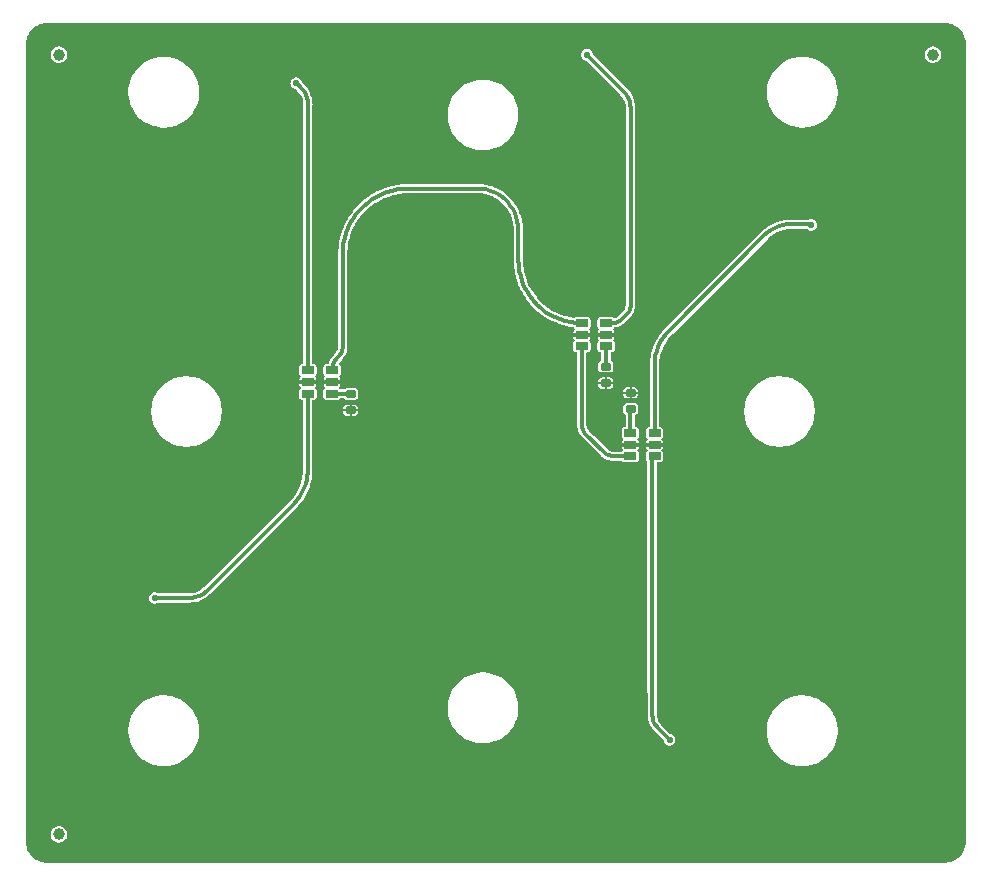
<source format=gbr>
%TF.GenerationSoftware,KiCad,Pcbnew,(6.0.2)*%
%TF.CreationDate,2022-09-07T19:19:14-04:00*%
%TF.ProjectId,plusz-end-card-with-turnstile-mezzanine,706c7573-7a2d-4656-9e64-2d636172642d,rev?*%
%TF.SameCoordinates,Original*%
%TF.FileFunction,Copper,L4,Bot*%
%TF.FilePolarity,Positive*%
%FSLAX46Y46*%
G04 Gerber Fmt 4.6, Leading zero omitted, Abs format (unit mm)*
G04 Created by KiCad (PCBNEW (6.0.2)) date 2022-09-07 19:19:14*
%MOMM*%
%LPD*%
G01*
G04 APERTURE LIST*
G04 Aperture macros list*
%AMRoundRect*
0 Rectangle with rounded corners*
0 $1 Rounding radius*
0 $2 $3 $4 $5 $6 $7 $8 $9 X,Y pos of 4 corners*
0 Add a 4 corners polygon primitive as box body*
4,1,4,$2,$3,$4,$5,$6,$7,$8,$9,$2,$3,0*
0 Add four circle primitives for the rounded corners*
1,1,$1+$1,$2,$3*
1,1,$1+$1,$4,$5*
1,1,$1+$1,$6,$7*
1,1,$1+$1,$8,$9*
0 Add four rect primitives between the rounded corners*
20,1,$1+$1,$2,$3,$4,$5,0*
20,1,$1+$1,$4,$5,$6,$7,0*
20,1,$1+$1,$6,$7,$8,$9,0*
20,1,$1+$1,$8,$9,$2,$3,0*%
G04 Aperture macros list end*
%TA.AperFunction,SMDPad,CuDef*%
%ADD10RoundRect,0.150000X0.300000X-0.150000X0.300000X0.150000X-0.300000X0.150000X-0.300000X-0.150000X0*%
%TD*%
%TA.AperFunction,SMDPad,CuDef*%
%ADD11RoundRect,0.500000X0.000000X0.000000X0.000000X0.000000X0.000000X0.000000X0.000000X0.000000X0*%
%TD*%
%TA.AperFunction,SMDPad,CuDef*%
%ADD12RoundRect,0.061000X-0.474000X0.244000X-0.474000X-0.244000X0.474000X-0.244000X0.474000X0.244000X0*%
%TD*%
%TA.AperFunction,SMDPad,CuDef*%
%ADD13RoundRect,0.061000X0.474000X-0.244000X0.474000X0.244000X-0.474000X0.244000X-0.474000X-0.244000X0*%
%TD*%
%TA.AperFunction,SMDPad,CuDef*%
%ADD14RoundRect,0.150000X-0.300000X0.150000X-0.300000X-0.150000X0.300000X-0.150000X0.300000X0.150000X0*%
%TD*%
%TA.AperFunction,ViaPad*%
%ADD15C,0.457200*%
%TD*%
%TA.AperFunction,ViaPad*%
%ADD16C,0.583200*%
%TD*%
%TA.AperFunction,Conductor*%
%ADD17C,0.380000*%
%TD*%
G04 APERTURE END LIST*
D10*
%TO.P,R6,1*%
%TO.N,GND*%
X136201100Y-102253600D03*
%TO.P,R6,2*%
%TO.N,N$5*%
X136201100Y-100853600D03*
%TD*%
D11*
%TO.P,FIDUCIAL6,FIDUCIAL*%
%TO.N,N/C*%
X111501100Y-72153600D03*
%TD*%
D12*
%TO.P,U9,1*%
%TO.N,L1BAND-SHORT+1/4WAVE*%
X134626100Y-98863600D03*
%TO.P,U9,2*%
%TO.N,GND*%
X134626100Y-99853600D03*
%TO.P,U9,3*%
%TO.N,N$5*%
X134626100Y-100843600D03*
D13*
%TO.P,U9,4*%
%TO.N,L1BAND_180*%
X132576100Y-100843600D03*
%TO.P,U9,5*%
%TO.N,GND*%
X132576100Y-99853600D03*
%TO.P,U9,6*%
%TO.N,L1BAND_270*%
X132576100Y-98863600D03*
%TD*%
D12*
%TO.P,U7,1*%
%TO.N,L1BAND*%
X157826100Y-94863600D03*
%TO.P,U7,2*%
%TO.N,GND*%
X157826100Y-95853600D03*
%TO.P,U7,3*%
%TO.N,N$1*%
X157826100Y-96843600D03*
D13*
%TO.P,U7,4*%
%TO.N,L1BAND-SHORT*%
X155776100Y-96843600D03*
%TO.P,U7,5*%
%TO.N,GND*%
X155776100Y-95853600D03*
%TO.P,U7,6*%
%TO.N,L1BAND-SHORT+1/4WAVE*%
X155776100Y-94863600D03*
%TD*%
D11*
%TO.P,FIDUCIAL1,FIDUCIAL*%
%TO.N,N/C*%
X111501100Y-138153600D03*
%TD*%
D10*
%TO.P,R4,1*%
%TO.N,GND*%
X157801100Y-99953600D03*
%TO.P,R4,2*%
%TO.N,N$1*%
X157801100Y-98553600D03*
%TD*%
D13*
%TO.P,U8,1*%
%TO.N,L1BAND-SHORT*%
X159876100Y-106143600D03*
%TO.P,U8,2*%
%TO.N,GND*%
X159876100Y-105153600D03*
%TO.P,U8,3*%
%TO.N,N$2*%
X159876100Y-104163600D03*
D12*
%TO.P,U8,4*%
%TO.N,L1BAND_0*%
X161926100Y-104163600D03*
%TO.P,U8,5*%
%TO.N,GND*%
X161926100Y-105153600D03*
%TO.P,U8,6*%
%TO.N,L1BAND_90*%
X161926100Y-106143600D03*
%TD*%
D11*
%TO.P,FIDUCIAL7,FIDUCIAL*%
%TO.N,N/C*%
X185501100Y-72153600D03*
%TD*%
D14*
%TO.P,R5,1*%
%TO.N,GND*%
X159901100Y-100753600D03*
%TO.P,R5,2*%
%TO.N,N$2*%
X159901100Y-102153600D03*
%TD*%
D15*
%TO.N,GND*%
X181301100Y-89153600D03*
X134001100Y-95653600D03*
X159901100Y-99953600D03*
X180951100Y-95103600D03*
X179301100Y-100053600D03*
X160211100Y-122643600D03*
X115101100Y-136253600D03*
X187601100Y-108853600D03*
X167901100Y-92893600D03*
X139081100Y-119633600D03*
X175201100Y-110853600D03*
X116901100Y-120853600D03*
X142901100Y-136653600D03*
X182601100Y-97653600D03*
X142081100Y-122633600D03*
X123101100Y-80753600D03*
X154301100Y-101653600D03*
X119201100Y-135553600D03*
X127601100Y-73253600D03*
X167801100Y-88843600D03*
X180401100Y-75953600D03*
X158001100Y-108653600D03*
X144181100Y-99033600D03*
X146001100Y-86453600D03*
X124301100Y-128053600D03*
X166401100Y-94393600D03*
X114421100Y-116033600D03*
X134101100Y-103553600D03*
X157501100Y-127253600D03*
X129201100Y-81953600D03*
X166201100Y-110853600D03*
X132501100Y-132253600D03*
X131101100Y-101953600D03*
X160201100Y-119653600D03*
X133501100Y-74453600D03*
X125701100Y-128053600D03*
X148901100Y-136653600D03*
X128801100Y-84953600D03*
X126801100Y-112653600D03*
X127601100Y-74653600D03*
X162201100Y-131353600D03*
X128001100Y-80753600D03*
X178601100Y-136253600D03*
X136601100Y-82053600D03*
X157901100Y-136653600D03*
X184401100Y-106853600D03*
X151401100Y-109353600D03*
X160201100Y-110853600D03*
X170501100Y-76553600D03*
X187501100Y-87253600D03*
X156101100Y-70553600D03*
X120361100Y-114293600D03*
X112001100Y-127953600D03*
X166621100Y-81073600D03*
X161401100Y-79453600D03*
X140301100Y-104753600D03*
X130901100Y-98053600D03*
X136081100Y-119633600D03*
X130401100Y-70553600D03*
X128101100Y-111353600D03*
X150701100Y-118153600D03*
X183301100Y-131953600D03*
X163211100Y-127543600D03*
X184501100Y-111853600D03*
X147401100Y-98053600D03*
X182201100Y-128153600D03*
X145901100Y-136653600D03*
X130301100Y-113353600D03*
X135301100Y-85053600D03*
X171801100Y-77853600D03*
X158401100Y-82053600D03*
X130081100Y-122633600D03*
X137501100Y-77253600D03*
X161401100Y-91753600D03*
X152701100Y-119653600D03*
X137501100Y-99053600D03*
X171801100Y-126853600D03*
X163201100Y-113853600D03*
X179501100Y-87153600D03*
X172201100Y-113853600D03*
X156801100Y-95853600D03*
X184501100Y-117853600D03*
X180601100Y-130453600D03*
X125701100Y-78053600D03*
X162901100Y-93743600D03*
X117501100Y-97253600D03*
X154301100Y-100153600D03*
X146101100Y-113453600D03*
X158001100Y-76053600D03*
X152501100Y-132253600D03*
X143201100Y-85053600D03*
X136701100Y-99853600D03*
X126501100Y-97453600D03*
X169201100Y-113853600D03*
X136201100Y-102953600D03*
X182001100Y-81353600D03*
X163201100Y-117653600D03*
X146321100Y-104733600D03*
X134001100Y-92353600D03*
X166901100Y-84753600D03*
X136081100Y-122633600D03*
X187801100Y-100053600D03*
X137001100Y-97153600D03*
X161401100Y-89953600D03*
X158701100Y-122653600D03*
X125401100Y-114053600D03*
X174201100Y-85053600D03*
X153761100Y-104413600D03*
X170801100Y-89993600D03*
X163401100Y-102553600D03*
X146701100Y-71853600D03*
X137481100Y-87273600D03*
X144101100Y-86453600D03*
X151901100Y-136653600D03*
X163501100Y-99153600D03*
X177301100Y-110853600D03*
X148401100Y-81753600D03*
X137501100Y-127253600D03*
X186601100Y-76253600D03*
X169101100Y-76653600D03*
X144101100Y-118153600D03*
X184501100Y-114853600D03*
X151601100Y-116653600D03*
X160001100Y-73853600D03*
X158401100Y-86553600D03*
X187601100Y-114853600D03*
X167501100Y-72253600D03*
X126601100Y-125253600D03*
X160201100Y-115653600D03*
X112501100Y-112253600D03*
X173101100Y-138853600D03*
X160901100Y-139653600D03*
X125701100Y-126653600D03*
X184401100Y-97653600D03*
X134101100Y-77853600D03*
X143401100Y-96653600D03*
X160201100Y-117653600D03*
X130401100Y-75553600D03*
X186301100Y-126553600D03*
X160901100Y-105153600D03*
X168521100Y-83273600D03*
X157001100Y-112853600D03*
X115161100Y-120393600D03*
X166901100Y-139653600D03*
X164401100Y-134153600D03*
X116901100Y-133653600D03*
X179101100Y-78253600D03*
X132401100Y-111253600D03*
X163201100Y-110853600D03*
X109501100Y-139653600D03*
X152301100Y-91253600D03*
X175801100Y-87953600D03*
X116961100Y-117793600D03*
X153501100Y-75053600D03*
X154301100Y-103153600D03*
X160901100Y-96353600D03*
X173101100Y-79253600D03*
X113301100Y-133753600D03*
X154301100Y-98753600D03*
X121801100Y-136453600D03*
X143301100Y-104753600D03*
X161401100Y-77453600D03*
X161401100Y-93553600D03*
X179001100Y-83053600D03*
X160201100Y-123553600D03*
X125381100Y-122233600D03*
X169421100Y-122233600D03*
X158401100Y-88553600D03*
X158401100Y-85053600D03*
X158901100Y-107653600D03*
X157201100Y-97953600D03*
X163211100Y-123543600D03*
X131701100Y-72053600D03*
X146321100Y-107733600D03*
X141001100Y-81953600D03*
X142501100Y-102253600D03*
X158501100Y-97553600D03*
X157801100Y-100753600D03*
X131101100Y-97053600D03*
X134001100Y-85053600D03*
X115201100Y-127953600D03*
X187501100Y-139653600D03*
X184501100Y-95653600D03*
X184501100Y-74353600D03*
X131001100Y-79853600D03*
X151301100Y-94753600D03*
X150541100Y-105393600D03*
X145901100Y-139653600D03*
X187601100Y-93553600D03*
X146401100Y-96653600D03*
X187501100Y-120853600D03*
X161401100Y-85053600D03*
X182661100Y-102353600D03*
X163501100Y-105153600D03*
X122901100Y-107553600D03*
X182501100Y-78253600D03*
X146301100Y-93653600D03*
X181201100Y-112453600D03*
X152661100Y-107513600D03*
X125601100Y-82653600D03*
X133901100Y-136653600D03*
X160501100Y-101453600D03*
X185501100Y-79153600D03*
X155001100Y-105253600D03*
X133501100Y-110153600D03*
X168201100Y-79453600D03*
X125701100Y-76653600D03*
X187601100Y-111853600D03*
X140321100Y-107733600D03*
X131101100Y-90153600D03*
X130901100Y-139753600D03*
X177901100Y-83853600D03*
X158901100Y-104853600D03*
X149121100Y-105333600D03*
X174501100Y-81953600D03*
X165401100Y-91243600D03*
X117501100Y-107253600D03*
X151601100Y-85053600D03*
X129401100Y-114253600D03*
X124901100Y-139753600D03*
X186501100Y-77953600D03*
X134001100Y-89453600D03*
X169101100Y-87543600D03*
X160201100Y-127553600D03*
X183501100Y-106853600D03*
X163211100Y-122643600D03*
X153601100Y-92653600D03*
X112201100Y-121653600D03*
X173101100Y-124053600D03*
X127901100Y-136653600D03*
X187601100Y-117853600D03*
X128041100Y-104913600D03*
X126721100Y-108533600D03*
X182601100Y-106853600D03*
X120501100Y-119953600D03*
X127501100Y-116153600D03*
X128281100Y-123533600D03*
X167501100Y-97253600D03*
X165821100Y-119733600D03*
X134201100Y-86853600D03*
X126981100Y-120633600D03*
X182001100Y-84353600D03*
X158401100Y-79453600D03*
X130301100Y-109153600D03*
X160501100Y-102953600D03*
X155701100Y-119653600D03*
X126701100Y-79553600D03*
X181201100Y-134153600D03*
X165511100Y-122743600D03*
X120701100Y-139453600D03*
X170101100Y-139453600D03*
X117501100Y-87253600D03*
X130081100Y-119633600D03*
X179001100Y-85153600D03*
X180141100Y-102353600D03*
X138801100Y-85753600D03*
X160201100Y-108853600D03*
X148501100Y-118153600D03*
X174601100Y-96053600D03*
X121601100Y-125353600D03*
X177501100Y-77253600D03*
X139901100Y-139753600D03*
X175101100Y-82653600D03*
X166201100Y-113853600D03*
X167821100Y-120633600D03*
X112001100Y-124953600D03*
X164001100Y-97493600D03*
X155881100Y-106533600D03*
X156901100Y-74953600D03*
X148701100Y-91253600D03*
X137001100Y-89353600D03*
X167001100Y-131553600D03*
X169101100Y-126653600D03*
X158801100Y-95853600D03*
X115301100Y-122353600D03*
X157201100Y-103253600D03*
X163721100Y-86973600D03*
X123901100Y-115553600D03*
X184501100Y-120653600D03*
X187101100Y-123553600D03*
X142901100Y-139753600D03*
X122501100Y-92253600D03*
X178201100Y-113853600D03*
X186901100Y-102353600D03*
X175101100Y-84053600D03*
X175701100Y-137853600D03*
X173101100Y-80653600D03*
X183501100Y-97653600D03*
X154501100Y-70253600D03*
X133901100Y-139753600D03*
X171701100Y-80653600D03*
X170301100Y-123153600D03*
X118661100Y-116093600D03*
X112501100Y-102253600D03*
X134001100Y-96853600D03*
X160401100Y-98153600D03*
X161401100Y-87953600D03*
X143201100Y-88253600D03*
X176401100Y-82553600D03*
X139081100Y-122633600D03*
X148401100Y-112453600D03*
X116541100Y-113913600D03*
X160201100Y-113853600D03*
X131101100Y-86953600D03*
X161101100Y-75353600D03*
X124501100Y-81553600D03*
X184781100Y-102353600D03*
X119701100Y-120653600D03*
X154781100Y-109633600D03*
X115601100Y-119353600D03*
X131101100Y-103253600D03*
X158401100Y-77453600D03*
X170501100Y-86143600D03*
X143201100Y-81953600D03*
X154501100Y-74053600D03*
X185401100Y-89053600D03*
X182501100Y-72253600D03*
X148501100Y-113453600D03*
X155701100Y-122653600D03*
X154001100Y-97453600D03*
X158501100Y-72353600D03*
X184501100Y-93553600D03*
X151901100Y-87153600D03*
X173101100Y-125453600D03*
X136901100Y-139753600D03*
X146301100Y-101153600D03*
X151901100Y-139653600D03*
X137301100Y-104753600D03*
X124501100Y-123153600D03*
X122901100Y-77953600D03*
X154901100Y-136653600D03*
X160501100Y-95253600D03*
X131101100Y-95553600D03*
X185201100Y-128953600D03*
X133081100Y-119633600D03*
X112301100Y-130953600D03*
X167501100Y-107253600D03*
X121601100Y-79353600D03*
X167101100Y-130053600D03*
X131101100Y-82053600D03*
X139081100Y-81973600D03*
X134101100Y-75853600D03*
X177501100Y-107253600D03*
X109601100Y-70253600D03*
X172201100Y-110853600D03*
X161801100Y-94893600D03*
X112301100Y-118153600D03*
X173101100Y-135653600D03*
X151401100Y-112453600D03*
X131601100Y-99853600D03*
X146401100Y-122853600D03*
X121101100Y-116653600D03*
X128901100Y-71953600D03*
X142501100Y-132253600D03*
X163001100Y-134053600D03*
X118661100Y-111793600D03*
X157201100Y-101553600D03*
X143401100Y-93653600D03*
X128501100Y-115153600D03*
X182401100Y-108853600D03*
X160711100Y-129843600D03*
X163701100Y-106053600D03*
X138301100Y-100953600D03*
X157201100Y-99253600D03*
X131101100Y-88553600D03*
X148401100Y-122853600D03*
X125321100Y-105933600D03*
X124401100Y-76553600D03*
X149901100Y-93153600D03*
X124301100Y-119353600D03*
X187601100Y-96553600D03*
X131101100Y-85053600D03*
X130901100Y-136653600D03*
X118401100Y-122153600D03*
X133081100Y-122633600D03*
X163901100Y-136653600D03*
X163401100Y-101053600D03*
X179201100Y-104753600D03*
X148401100Y-109353600D03*
X187801100Y-105453600D03*
X151701100Y-82053600D03*
X160201100Y-125553600D03*
X155101100Y-82053600D03*
X187201100Y-91253600D03*
X119801100Y-122153600D03*
X131101100Y-77853600D03*
X152401100Y-72153600D03*
X186501100Y-74453600D03*
X184501100Y-108853600D03*
X146401100Y-91253600D03*
X154801100Y-95853600D03*
X147401100Y-91253600D03*
X184301100Y-122753600D03*
X136901100Y-136653600D03*
X158701100Y-119653600D03*
X133601100Y-99853600D03*
X175701100Y-134553600D03*
X172101100Y-88693600D03*
X155001100Y-85053600D03*
X131701100Y-70653600D03*
X115301100Y-124653600D03*
X124901100Y-71053600D03*
X126401100Y-117253600D03*
X173601100Y-87993600D03*
X152701100Y-122653600D03*
X126701100Y-83753600D03*
X178601100Y-132553600D03*
X125301100Y-87253600D03*
X179301100Y-97753600D03*
X154901100Y-139653600D03*
X118501100Y-117053600D03*
X182501100Y-122253600D03*
X148701100Y-86453600D03*
X148421100Y-103273600D03*
X117601100Y-138153600D03*
X171701100Y-124053600D03*
X142081100Y-119633600D03*
X143321100Y-107733600D03*
X140901100Y-85053600D03*
X158401100Y-93053600D03*
X137001100Y-94053600D03*
X182501100Y-74853600D03*
X165801100Y-132853600D03*
X164401100Y-129053600D03*
X153001100Y-95753600D03*
X134101100Y-104753600D03*
X151601100Y-114053600D03*
X134001100Y-94053600D03*
X164201100Y-85053600D03*
X179401100Y-108553600D03*
X170601100Y-133053600D03*
X170301100Y-81553600D03*
X151641100Y-102293600D03*
X163101100Y-132653600D03*
X143201100Y-90553600D03*
X169001100Y-128053600D03*
X123201100Y-123953600D03*
X157201100Y-107253600D03*
X148901100Y-139653600D03*
X112501100Y-77253600D03*
X127901100Y-139753600D03*
X129101100Y-74653600D03*
X137001100Y-92353600D03*
X183501100Y-125553600D03*
X177101100Y-123953600D03*
X173001100Y-83253600D03*
X112501100Y-92253600D03*
X170001100Y-136453600D03*
X147401100Y-122853600D03*
X182501100Y-92253600D03*
X169401100Y-91393600D03*
X151901100Y-89253600D03*
X157501100Y-71153600D03*
X122281100Y-112373600D03*
X121701100Y-80653600D03*
X164201100Y-82053600D03*
X124901100Y-136653600D03*
X139901100Y-136653600D03*
X163901100Y-139653600D03*
X179001100Y-80653600D03*
X123001100Y-126853600D03*
X177801100Y-86753600D03*
X132601100Y-73353600D03*
X165701100Y-129953600D03*
X157901100Y-139653600D03*
X164901100Y-95893600D03*
X158401100Y-90653600D03*
X187501100Y-77253600D03*
X150801100Y-107053600D03*
X175201100Y-113853600D03*
X131101100Y-91853600D03*
X124601100Y-110053600D03*
X131101100Y-104753600D03*
X122601100Y-119953600D03*
X131101100Y-107753600D03*
X131201100Y-112453600D03*
X163211100Y-125543600D03*
X134101100Y-79853600D03*
X184501100Y-78153600D03*
X136401100Y-98553600D03*
X176501100Y-91453600D03*
X129201100Y-110253600D03*
X134021100Y-107733600D03*
X187501100Y-70353600D03*
X121601100Y-124053600D03*
X147401100Y-113453600D03*
X166901100Y-136653600D03*
X155801100Y-73853600D03*
X117501100Y-82253600D03*
X115901100Y-70853600D03*
X134001100Y-91053600D03*
X172301100Y-85193600D03*
X155701100Y-93253600D03*
X177501100Y-117253600D03*
X115501100Y-130953600D03*
X183301100Y-91153600D03*
X149521100Y-100173600D03*
X163201100Y-108853600D03*
X147401100Y-81753600D03*
X122601100Y-116553600D03*
X138601100Y-72253600D03*
X168201100Y-125253600D03*
X166911100Y-123943600D03*
X137321100Y-107733600D03*
X183301100Y-86953600D03*
X134101100Y-82053600D03*
X120781100Y-109673600D03*
X169201100Y-110853600D03*
X146401100Y-81753600D03*
X146201100Y-118153600D03*
X163201100Y-119653600D03*
X166601100Y-90043600D03*
X134101100Y-102453600D03*
X112501100Y-82253600D03*
X125301100Y-118353600D03*
X164151100Y-92493600D03*
X163201100Y-115653600D03*
X161401100Y-82053600D03*
X163701100Y-103853600D03*
X131101100Y-93653600D03*
X137001100Y-95653600D03*
X185501100Y-73353600D03*
X152501100Y-74053600D03*
X137001100Y-90953600D03*
X135601100Y-99853600D03*
X169101100Y-78053600D03*
X142701100Y-112953600D03*
X152501100Y-70153600D03*
X125601100Y-132453600D03*
X170501100Y-128153600D03*
X160901100Y-136653600D03*
D16*
%TO.N,L1BAND*%
X156201100Y-72153600D03*
%TO.N,L1BAND_0*%
X175201100Y-86553600D03*
%TO.N,L1BAND_90*%
X163201100Y-130153600D03*
%TO.N,L1BAND_180*%
X119601100Y-118153600D03*
%TO.N,L1BAND_270*%
X131601100Y-74553600D03*
%TD*%
D17*
%TO.N,GND*%
X159101100Y-105153600D02*
X158001100Y-104053600D01*
X136651100Y-99803600D02*
X137601100Y-98853600D01*
X157826100Y-95853600D02*
X160401100Y-95853600D01*
X132576100Y-99853600D02*
X134626100Y-99853600D01*
X137601100Y-98853600D02*
X138401100Y-98853600D01*
X154801100Y-95853600D02*
X155776100Y-95853600D01*
X161926100Y-105153600D02*
X163901100Y-105153600D01*
X134626100Y-99853600D02*
X136701100Y-99853600D01*
X159876100Y-105153600D02*
X159101100Y-105153600D01*
X157826100Y-95853600D02*
X155776100Y-95853600D01*
X132576100Y-99853600D02*
X130301100Y-99853600D01*
X154801100Y-95853600D02*
X154101100Y-95853600D01*
X136701100Y-99853600D02*
X136651100Y-99803600D01*
X161926100Y-105153600D02*
X159876100Y-105153600D01*
%TO.N,N$1*%
X157826100Y-96843600D02*
X157826100Y-98328600D01*
X157826100Y-98328600D02*
X157801100Y-98553600D01*
%TO.N,N$2*%
X159876100Y-104163600D02*
X159876100Y-102378600D01*
X159876100Y-102378600D02*
X159901100Y-102153600D01*
%TO.N,N$5*%
X134626100Y-100843600D02*
X136191100Y-100843600D01*
X136191100Y-100843600D02*
X136201100Y-100853600D01*
%TO.N,L1BAND*%
X159883990Y-76420976D02*
X159901100Y-76682029D01*
X158411887Y-94863600D02*
X158411887Y-94863600D01*
X159315312Y-75267813D02*
X159487806Y-75464504D01*
X158411887Y-94863600D02*
X158606977Y-94844385D01*
X159118993Y-94570707D02*
X159608206Y-94081494D01*
X159824979Y-93757071D02*
X159901100Y-93374388D01*
X158794570Y-94787479D02*
X159118993Y-94570707D01*
X159748859Y-75916660D02*
X159832952Y-76164390D01*
X159608206Y-94081494D02*
X159732569Y-93929958D01*
X159901100Y-76682029D02*
X159901100Y-93374388D01*
X159315312Y-75267813D02*
X159315312Y-75267813D01*
X159633150Y-75682027D02*
X159748859Y-75916660D01*
X158606977Y-94844385D02*
X158794570Y-94787479D01*
X156201100Y-72153600D02*
X159315312Y-75267813D01*
X159487806Y-75464504D02*
X159633150Y-75682027D01*
X159832952Y-76164390D02*
X159883990Y-76420976D01*
X159608206Y-94081494D02*
X159608206Y-94081494D01*
X159732569Y-93929958D02*
X159824979Y-93757071D01*
X157826100Y-94863600D02*
X158411887Y-94863600D01*
%TO.N,L1BAND-SHORT*%
X155795315Y-103709479D02*
X155852221Y-103897071D01*
X155776100Y-96843600D02*
X155776100Y-103514388D01*
X155776100Y-103514388D02*
X155776100Y-103514389D01*
X157698206Y-105850708D02*
X157849743Y-105975070D01*
X155776100Y-103514389D02*
X155795315Y-103709479D01*
X157698206Y-105850707D02*
X157698206Y-105850708D01*
X155852221Y-103897071D02*
X156068993Y-104221494D01*
X157849743Y-105975070D02*
X158022629Y-106067480D01*
X156068993Y-104221494D02*
X157698206Y-105850707D01*
X158022629Y-106067480D02*
X158405312Y-106143600D01*
X158405312Y-106143600D02*
X159876100Y-106143600D01*
%TO.N,L1BAND-SHORT+1/4WAVE*%
X150723141Y-91349988D02*
X150583056Y-90905694D01*
X135511100Y-96953600D02*
X135491385Y-97153771D01*
X155741100Y-94863600D02*
X155741100Y-94863600D01*
X146901100Y-83483600D02*
X141111100Y-83483600D01*
X148324678Y-83786191D02*
X147982659Y-83654902D01*
X153071100Y-94148176D02*
X152678202Y-93897872D01*
X150482227Y-90450881D02*
X150421420Y-89989012D01*
X150098509Y-85560022D02*
X149932189Y-85233600D01*
X149932189Y-85233600D02*
X149732659Y-84926352D01*
X150583056Y-90905694D02*
X150482227Y-90450881D01*
X134626100Y-98863600D02*
X134626100Y-98863600D01*
X140648656Y-83502727D02*
X140189370Y-83559977D01*
X151650423Y-92956086D02*
X151366828Y-92586498D01*
X153914712Y-94541559D02*
X153484318Y-94363284D01*
X135982769Y-86834106D02*
X135814523Y-87265283D01*
X148958348Y-84152041D02*
X148651100Y-83952511D01*
X150401100Y-86983600D02*
X150381927Y-86617750D01*
X155741100Y-94863600D02*
X155275688Y-94843280D01*
X134783981Y-98205982D02*
X135050365Y-97839335D01*
X154359006Y-94681644D02*
X153914712Y-94541559D01*
X150229798Y-85902041D02*
X150098509Y-85560022D01*
X135511100Y-89083600D02*
X135511100Y-96953600D01*
X149502107Y-84641643D02*
X149243057Y-84382593D01*
X150421420Y-89989012D02*
X150401100Y-89523600D01*
X141111100Y-83483600D02*
X141111100Y-83483600D01*
X135587477Y-88161870D02*
X135511100Y-89083600D01*
X151116524Y-92193600D02*
X150901416Y-91780382D01*
X135682459Y-87708881D02*
X135587477Y-88161870D01*
X148651100Y-83952511D02*
X148324678Y-83786191D01*
X151366828Y-92586498D02*
X151116524Y-92193600D01*
X135511100Y-96953600D02*
X135511100Y-96953600D01*
X135432997Y-97346250D02*
X135210578Y-97679122D01*
X150381927Y-86617750D02*
X150324617Y-86255909D01*
X134643934Y-98637000D02*
X134696997Y-98415980D01*
X155776100Y-94863600D02*
X155741100Y-94863600D01*
X150401100Y-89523600D02*
X150401100Y-86983600D01*
X135210578Y-97679122D02*
X135118600Y-97771100D01*
X136422968Y-86020690D02*
X136186047Y-86418295D01*
X140189370Y-83559977D02*
X139736381Y-83654959D01*
X138445795Y-84158547D02*
X138048190Y-84395468D01*
X139292783Y-83787023D02*
X138861606Y-83955269D01*
X137318323Y-84963546D02*
X136991046Y-85290823D01*
X152678202Y-93897872D02*
X152308614Y-93614277D01*
X136991046Y-85290823D02*
X136691913Y-85644009D01*
X139736381Y-83654959D02*
X139292783Y-83787023D01*
X152308614Y-93614277D02*
X151965150Y-93299550D01*
X141111100Y-83483600D02*
X140648656Y-83502727D01*
X134696997Y-98415980D02*
X134783981Y-98205982D01*
X150401100Y-86983600D02*
X150401100Y-86983600D01*
X147982659Y-83654902D02*
X147628791Y-83560083D01*
X153484318Y-94363284D02*
X153071100Y-94148176D01*
X149243057Y-84382593D02*
X148958348Y-84152041D01*
X134626100Y-98863600D02*
X134643934Y-98637000D01*
X150324617Y-86255909D02*
X150229798Y-85902041D01*
X136186047Y-86418295D02*
X135982769Y-86834106D01*
X150901416Y-91780382D02*
X150723141Y-91349988D01*
X136691913Y-85644009D02*
X136422968Y-86020690D01*
X138048190Y-84395468D02*
X137671509Y-84664413D01*
X155275688Y-94843280D02*
X154813819Y-94782473D01*
X135050365Y-97839335D02*
X135118600Y-97771100D01*
X135814523Y-87265283D02*
X135682459Y-87708881D01*
X135491385Y-97153771D02*
X135432997Y-97346250D01*
X138861606Y-83955269D02*
X138445795Y-84158547D01*
X137671509Y-84664413D02*
X137318323Y-84963546D01*
X147628791Y-83560083D02*
X147266950Y-83502773D01*
X149732659Y-84926352D02*
X149502107Y-84641643D01*
X151965150Y-93299550D02*
X151650423Y-92956086D01*
X147266950Y-83502773D02*
X146901100Y-83483600D01*
X154813819Y-94782473D02*
X154359006Y-94681644D01*
%TO.N,L1BAND_0*%
X172794739Y-86574355D02*
X172447656Y-86674348D01*
X162427368Y-96502053D02*
X162641546Y-96144719D01*
X173511468Y-86493600D02*
X173511469Y-86493600D01*
X171797819Y-86987293D02*
X171503238Y-87196309D01*
X171233912Y-87436994D02*
X163169493Y-95501413D01*
X171503238Y-87196309D02*
X171233912Y-87436994D01*
X162007670Y-97675034D02*
X162108896Y-97270913D01*
X173150836Y-86513852D02*
X172794739Y-86574355D01*
X172447656Y-86674348D02*
X172113950Y-86812573D01*
X162108896Y-97270913D02*
X162249246Y-96878660D01*
X162889718Y-95810098D02*
X163169493Y-95501413D01*
X173511469Y-86493600D02*
X173150836Y-86513852D01*
X162641546Y-96144719D02*
X162889718Y-95810098D01*
X162249246Y-96878660D02*
X162427368Y-96502053D01*
X161926100Y-98503234D02*
X161946541Y-98087130D01*
X161926100Y-98503235D02*
X161926100Y-98503234D01*
X161926100Y-104163600D02*
X161926100Y-98503235D01*
X172113950Y-86812573D02*
X171797819Y-86987293D01*
X161946541Y-98087130D02*
X162007670Y-97675034D01*
X175141100Y-86493600D02*
X173511468Y-86493600D01*
X175201100Y-86553600D02*
X175141100Y-86493600D01*
%TO.N,L1BAND_90*%
X161896100Y-106143600D02*
X161706100Y-106333600D01*
X161926100Y-106143600D02*
X161896100Y-106143600D01*
X161756708Y-128295462D02*
X161814421Y-128530855D01*
X161707306Y-124259807D02*
X161709840Y-124262341D01*
X161736196Y-128053966D02*
X161756708Y-128295462D01*
X161736196Y-128053966D02*
X161736196Y-128053966D01*
X162192528Y-129145029D02*
X163201100Y-130153600D01*
X161907939Y-128754451D02*
X162192528Y-129145029D01*
X161706100Y-114524807D02*
X161707306Y-114523600D01*
X161814421Y-128530855D02*
X161907939Y-128754451D01*
X161709840Y-124262341D02*
X161736196Y-128053966D01*
X161706100Y-106333600D02*
X161706100Y-114524807D01*
X161707306Y-114523600D02*
X161707306Y-124259807D01*
%TO.N,L1BAND_180*%
X131668142Y-109859318D02*
X131901979Y-109544026D01*
X122496934Y-118153600D02*
X122781853Y-118134926D01*
X123061896Y-118079222D02*
X123332273Y-117987441D01*
X132576100Y-107321747D02*
X132576100Y-100843600D01*
X132499241Y-108102108D02*
X132576100Y-107321747D01*
X119601100Y-118153600D02*
X122496934Y-118153600D01*
X132271618Y-108852479D02*
X132403861Y-108482885D01*
X131901979Y-109544026D02*
X132103785Y-109207332D01*
X131404528Y-110150172D02*
X131404528Y-110150172D01*
X124040440Y-117514260D02*
X131404528Y-110150172D01*
X123332273Y-117987441D02*
X123588357Y-117861155D01*
X122781853Y-118134926D02*
X123061896Y-118079222D01*
X122496934Y-118153600D02*
X122496934Y-118153600D01*
X123588357Y-117861155D02*
X124040440Y-117514260D01*
X132403861Y-108482885D02*
X132499241Y-108102108D01*
X132103785Y-109207332D02*
X132271618Y-108852479D01*
X131404528Y-110150172D02*
X131668142Y-109859318D01*
%TO.N,L1BAND_270*%
X132308150Y-75340499D02*
X131990312Y-74926285D01*
X132576100Y-76340500D02*
X132576100Y-76340500D01*
X132576100Y-76340500D02*
X132558990Y-76079448D01*
X131601100Y-74553600D02*
X131617628Y-74553600D01*
X132423858Y-75575133D02*
X132308150Y-75340499D01*
X132576100Y-98863600D02*
X132576100Y-76340500D01*
X132558990Y-76079448D02*
X132507951Y-75822862D01*
X132507951Y-75822862D02*
X132423858Y-75575133D01*
X131990312Y-74926285D02*
X131617628Y-74553600D01*
%TD*%
%TA.AperFunction,Conductor*%
%TO.N,GND*%
G36*
X186481777Y-69454382D02*
G01*
X186500742Y-69458743D01*
X186504118Y-69457979D01*
X186504119Y-69457979D01*
X186514099Y-69455721D01*
X186522896Y-69455029D01*
X186656798Y-69463805D01*
X186734039Y-69468867D01*
X186738020Y-69469392D01*
X186851511Y-69491966D01*
X186964997Y-69514540D01*
X186968882Y-69515581D01*
X187188020Y-69589969D01*
X187191736Y-69591508D01*
X187399289Y-69693861D01*
X187402773Y-69695872D01*
X187595197Y-69824446D01*
X187598388Y-69826895D01*
X187772377Y-69979479D01*
X187775221Y-69982323D01*
X187927805Y-70156312D01*
X187930254Y-70159503D01*
X188058828Y-70351927D01*
X188060839Y-70355411D01*
X188163192Y-70562964D01*
X188164731Y-70566680D01*
X188239119Y-70785818D01*
X188240160Y-70789703D01*
X188285308Y-71016676D01*
X188285833Y-71020664D01*
X188299646Y-71231413D01*
X188298930Y-71240312D01*
X188295957Y-71253242D01*
X188296721Y-71256618D01*
X188296721Y-71256619D01*
X188300342Y-71272621D01*
X188301100Y-71279407D01*
X188301100Y-138727387D01*
X188300318Y-138734277D01*
X188295957Y-138753242D01*
X188296721Y-138756618D01*
X188296721Y-138756619D01*
X188298979Y-138766599D01*
X188299671Y-138775396D01*
X188285833Y-138986536D01*
X188285308Y-138990524D01*
X188240160Y-139217497D01*
X188239119Y-139221382D01*
X188164731Y-139440520D01*
X188163192Y-139444236D01*
X188060839Y-139651789D01*
X188058828Y-139655273D01*
X187930254Y-139847697D01*
X187927805Y-139850888D01*
X187775221Y-140024877D01*
X187772377Y-140027721D01*
X187598388Y-140180305D01*
X187595197Y-140182754D01*
X187402773Y-140311328D01*
X187399289Y-140313339D01*
X187191736Y-140415692D01*
X187188020Y-140417231D01*
X186968882Y-140491619D01*
X186964997Y-140492660D01*
X186851510Y-140515234D01*
X186738020Y-140537808D01*
X186734039Y-140538333D01*
X186523286Y-140552146D01*
X186514388Y-140551430D01*
X186501458Y-140548457D01*
X186498082Y-140549221D01*
X186498081Y-140549221D01*
X186482079Y-140552842D01*
X186475293Y-140553600D01*
X110527313Y-140553600D01*
X110520422Y-140552818D01*
X110501458Y-140548457D01*
X110498082Y-140549221D01*
X110498081Y-140549221D01*
X110488101Y-140551479D01*
X110479304Y-140552171D01*
X110345402Y-140543395D01*
X110268161Y-140538333D01*
X110264180Y-140537808D01*
X110150690Y-140515234D01*
X110037203Y-140492660D01*
X110033318Y-140491619D01*
X109814180Y-140417231D01*
X109810464Y-140415692D01*
X109602911Y-140313339D01*
X109599427Y-140311328D01*
X109407003Y-140182754D01*
X109403812Y-140180305D01*
X109229823Y-140027721D01*
X109226979Y-140024877D01*
X109074395Y-139850888D01*
X109071946Y-139847697D01*
X108943372Y-139655273D01*
X108941361Y-139651789D01*
X108839008Y-139444236D01*
X108837469Y-139440520D01*
X108763081Y-139221382D01*
X108762040Y-139217497D01*
X108716892Y-138990524D01*
X108716367Y-138986536D01*
X108707683Y-138854035D01*
X108702554Y-138775786D01*
X108703270Y-138766888D01*
X108706243Y-138753958D01*
X108701858Y-138734579D01*
X108701100Y-138727793D01*
X108701100Y-138097607D01*
X110800600Y-138097607D01*
X110800601Y-138209592D01*
X110807271Y-138282194D01*
X110857973Y-138443983D01*
X110858931Y-138445566D01*
X110858933Y-138445569D01*
X110901888Y-138516495D01*
X110945803Y-138589008D01*
X111065692Y-138708897D01*
X111133343Y-138749868D01*
X111209131Y-138795767D01*
X111209134Y-138795769D01*
X111210717Y-138796727D01*
X111298013Y-138824084D01*
X111370954Y-138846943D01*
X111370957Y-138846944D01*
X111372506Y-138847429D01*
X111374127Y-138847578D01*
X111374138Y-138847579D01*
X111445107Y-138854100D01*
X111501060Y-138854100D01*
X111557092Y-138854099D01*
X111557798Y-138854034D01*
X111557801Y-138854034D01*
X111628065Y-138847579D01*
X111628068Y-138847578D01*
X111629694Y-138847429D01*
X111791483Y-138796727D01*
X111793066Y-138795769D01*
X111793069Y-138795767D01*
X111868857Y-138749868D01*
X111936508Y-138708897D01*
X112056397Y-138589008D01*
X112100312Y-138516495D01*
X112143267Y-138445569D01*
X112143269Y-138445566D01*
X112144227Y-138443983D01*
X112194929Y-138282194D01*
X112201600Y-138209593D01*
X112201599Y-138097608D01*
X112194929Y-138025006D01*
X112144227Y-137863217D01*
X112143269Y-137861634D01*
X112143267Y-137861631D01*
X112100312Y-137790704D01*
X112056397Y-137718192D01*
X111936508Y-137598303D01*
X111863996Y-137554388D01*
X111793069Y-137511433D01*
X111793066Y-137511431D01*
X111791483Y-137510473D01*
X111704187Y-137483116D01*
X111631246Y-137460257D01*
X111631243Y-137460256D01*
X111629694Y-137459771D01*
X111628073Y-137459622D01*
X111557800Y-137453165D01*
X111557801Y-137453165D01*
X111557093Y-137453100D01*
X111501140Y-137453100D01*
X111445108Y-137453101D01*
X111444402Y-137453166D01*
X111444399Y-137453166D01*
X111374135Y-137459621D01*
X111374132Y-137459622D01*
X111372506Y-137459771D01*
X111210717Y-137510473D01*
X111209134Y-137511431D01*
X111209131Y-137511433D01*
X111138205Y-137554388D01*
X111065692Y-137598303D01*
X110945803Y-137718192D01*
X110901888Y-137790705D01*
X110858933Y-137861631D01*
X110858931Y-137861634D01*
X110857973Y-137863217D01*
X110807271Y-138025006D01*
X110800600Y-138097607D01*
X108701100Y-138097607D01*
X108701100Y-129509461D01*
X117368151Y-129509461D01*
X117402519Y-129853777D01*
X117476233Y-130191861D01*
X117476521Y-130192701D01*
X117476522Y-130192706D01*
X117509595Y-130289304D01*
X117588317Y-130519233D01*
X117737286Y-130831552D01*
X117737764Y-130832314D01*
X117920691Y-131123926D01*
X117920696Y-131123934D01*
X117921164Y-131124679D01*
X118137515Y-131394729D01*
X118138148Y-131395355D01*
X118138153Y-131395361D01*
X118208021Y-131464501D01*
X118383471Y-131638123D01*
X118384174Y-131638674D01*
X118384176Y-131638676D01*
X118461675Y-131699443D01*
X118655772Y-131851634D01*
X118656518Y-131852091D01*
X118656525Y-131852096D01*
X118742425Y-131904735D01*
X118950809Y-132032432D01*
X118951598Y-132032798D01*
X118951605Y-132032802D01*
X119263868Y-132177750D01*
X119263872Y-132177752D01*
X119264670Y-132178122D01*
X119265504Y-132178398D01*
X119265512Y-132178401D01*
X119509843Y-132259205D01*
X119593197Y-132286772D01*
X119932035Y-132356942D01*
X119932907Y-132357020D01*
X119932915Y-132357021D01*
X120235657Y-132384040D01*
X120235664Y-132384040D01*
X120236333Y-132384100D01*
X120459289Y-132384100D01*
X120460330Y-132384040D01*
X120715670Y-132369317D01*
X120715671Y-132369317D01*
X120716553Y-132369266D01*
X120717422Y-132369114D01*
X120717425Y-132369114D01*
X120833200Y-132348908D01*
X121057428Y-132309774D01*
X121058273Y-132309524D01*
X121058276Y-132309523D01*
X121223317Y-132260636D01*
X121389206Y-132211497D01*
X121390013Y-132211153D01*
X121390018Y-132211151D01*
X121502860Y-132163019D01*
X121707489Y-132075738D01*
X122008059Y-131904296D01*
X122286932Y-131699443D01*
X122540412Y-131463895D01*
X122765138Y-131200774D01*
X122815806Y-131125373D01*
X122957640Y-130914300D01*
X122958133Y-130913567D01*
X123116839Y-130606082D01*
X123239150Y-130282393D01*
X123323448Y-129946790D01*
X123331485Y-129885745D01*
X123368497Y-129604608D01*
X123368497Y-129604602D01*
X123368613Y-129603724D01*
X123374049Y-129257739D01*
X123339681Y-128913423D01*
X123276369Y-128623049D01*
X123266157Y-128576210D01*
X123266157Y-128576208D01*
X123265967Y-128575339D01*
X123262232Y-128564428D01*
X123207971Y-128405946D01*
X123153883Y-128247967D01*
X123147411Y-128234397D01*
X123060210Y-128051579D01*
X123004914Y-127935648D01*
X122953466Y-127853633D01*
X122821509Y-127643274D01*
X122821504Y-127643266D01*
X122821036Y-127642521D01*
X122669682Y-127453600D01*
X144401100Y-127453600D01*
X144446677Y-127974545D01*
X144476217Y-128084791D01*
X144557691Y-128388854D01*
X144582022Y-128479660D01*
X144803024Y-128953600D01*
X145102967Y-129381963D01*
X145472737Y-129751733D01*
X145901100Y-130051676D01*
X146375040Y-130272678D01*
X146376336Y-130273025D01*
X146376338Y-130273026D01*
X146681783Y-130354869D01*
X146880155Y-130408023D01*
X147401100Y-130453600D01*
X147922045Y-130408023D01*
X148120417Y-130354869D01*
X148425862Y-130273026D01*
X148425864Y-130273025D01*
X148427160Y-130272678D01*
X148901100Y-130051676D01*
X149329463Y-129751733D01*
X149699233Y-129381963D01*
X149999176Y-128953600D01*
X150220178Y-128479660D01*
X150244510Y-128388854D01*
X150325983Y-128084791D01*
X150355523Y-127974545D01*
X150401100Y-127453600D01*
X150355523Y-126932655D01*
X150220178Y-126427540D01*
X150206373Y-126397934D01*
X149999742Y-125954814D01*
X149999176Y-125953600D01*
X149699233Y-125525237D01*
X149329463Y-125155467D01*
X148901100Y-124855524D01*
X148427160Y-124634522D01*
X148425864Y-124634175D01*
X148425862Y-124634174D01*
X147923347Y-124499526D01*
X147923348Y-124499526D01*
X147922045Y-124499177D01*
X147401100Y-124453600D01*
X146880155Y-124499177D01*
X146878852Y-124499526D01*
X146878853Y-124499526D01*
X146376338Y-124634174D01*
X146376336Y-124634175D01*
X146375040Y-124634522D01*
X145901100Y-124855524D01*
X145472737Y-125155467D01*
X145102967Y-125525237D01*
X144803024Y-125953600D01*
X144802458Y-125954814D01*
X144595828Y-126397934D01*
X144582022Y-126427540D01*
X144446677Y-126932655D01*
X144401100Y-127453600D01*
X122669682Y-127453600D01*
X122604685Y-127372471D01*
X122604052Y-127371845D01*
X122604047Y-127371839D01*
X122359367Y-127129708D01*
X122359364Y-127129705D01*
X122358729Y-127129077D01*
X122281302Y-127068366D01*
X122087127Y-126916114D01*
X122087126Y-126916113D01*
X122086428Y-126915566D01*
X122085682Y-126915109D01*
X122085675Y-126915104D01*
X121792140Y-126735227D01*
X121791391Y-126734768D01*
X121790602Y-126734402D01*
X121790595Y-126734398D01*
X121478332Y-126589450D01*
X121478328Y-126589448D01*
X121477530Y-126589078D01*
X121476696Y-126588802D01*
X121476688Y-126588799D01*
X121232357Y-126507995D01*
X121149003Y-126480428D01*
X120810165Y-126410258D01*
X120809293Y-126410180D01*
X120809285Y-126410179D01*
X120506543Y-126383160D01*
X120506536Y-126383160D01*
X120505867Y-126383100D01*
X120282911Y-126383100D01*
X120282478Y-126383125D01*
X120282477Y-126383125D01*
X120026530Y-126397883D01*
X120026529Y-126397883D01*
X120025647Y-126397934D01*
X120024778Y-126398086D01*
X120024775Y-126398086D01*
X119909000Y-126418292D01*
X119684772Y-126457426D01*
X119683927Y-126457676D01*
X119683924Y-126457677D01*
X119518883Y-126506564D01*
X119352994Y-126555703D01*
X119352187Y-126556047D01*
X119352182Y-126556049D01*
X119275401Y-126588799D01*
X119034711Y-126691462D01*
X118734141Y-126862904D01*
X118455268Y-127067757D01*
X118201788Y-127303305D01*
X117977062Y-127566426D01*
X117976575Y-127567151D01*
X117976571Y-127567156D01*
X117925928Y-127642521D01*
X117784067Y-127853633D01*
X117625361Y-128161118D01*
X117503050Y-128484807D01*
X117418752Y-128820410D01*
X117418636Y-128821288D01*
X117418636Y-128821290D01*
X117393290Y-129013817D01*
X117373587Y-129163476D01*
X117368151Y-129509461D01*
X108701100Y-129509461D01*
X108701100Y-118147526D01*
X119103977Y-118147526D01*
X119122254Y-118287296D01*
X119179025Y-118416318D01*
X119269727Y-118524221D01*
X119271554Y-118525437D01*
X119271556Y-118525439D01*
X119385240Y-118601113D01*
X119387067Y-118602329D01*
X119389159Y-118602983D01*
X119389160Y-118602983D01*
X119519526Y-118643713D01*
X119521613Y-118644365D01*
X119571464Y-118645279D01*
X119660361Y-118646908D01*
X119660362Y-118646908D01*
X119662550Y-118646948D01*
X119664662Y-118646372D01*
X119664664Y-118646372D01*
X119796431Y-118610448D01*
X119796433Y-118610447D01*
X119798546Y-118609871D01*
X119898262Y-118548645D01*
X119914353Y-118544100D01*
X122477619Y-118544100D01*
X122480433Y-118544229D01*
X122490606Y-118545164D01*
X122490607Y-118545164D01*
X122491804Y-118545274D01*
X122508709Y-118544166D01*
X122510720Y-118544100D01*
X122527669Y-118544100D01*
X122538948Y-118542314D01*
X122541744Y-118542001D01*
X122801887Y-118524951D01*
X122802689Y-118524909D01*
X122827891Y-118523919D01*
X122830958Y-118523309D01*
X122834948Y-118522784D01*
X122836857Y-118522659D01*
X122836858Y-118522659D01*
X122838061Y-118522580D01*
X122839229Y-118522316D01*
X122839234Y-118522315D01*
X122862680Y-118517009D01*
X122863468Y-118516842D01*
X122993366Y-118491004D01*
X123132663Y-118463296D01*
X123133431Y-118463153D01*
X123158315Y-118458878D01*
X123159464Y-118458488D01*
X123161270Y-118457875D01*
X123165160Y-118456832D01*
X123167041Y-118456458D01*
X123168223Y-118456223D01*
X123169354Y-118455806D01*
X123169360Y-118455804D01*
X123191884Y-118447494D01*
X123192643Y-118447225D01*
X123452565Y-118358993D01*
X123453331Y-118358744D01*
X123464632Y-118355235D01*
X123477421Y-118351264D01*
X123478508Y-118350728D01*
X123480231Y-118349879D01*
X123483943Y-118348342D01*
X123485748Y-118347729D01*
X123485752Y-118347727D01*
X123486899Y-118347338D01*
X123509214Y-118335597D01*
X123509932Y-118335231D01*
X123708814Y-118237154D01*
X123716810Y-118234498D01*
X123717956Y-118234286D01*
X123717959Y-118234285D01*
X123720333Y-118233845D01*
X123722457Y-118232692D01*
X123767414Y-118208283D01*
X123768485Y-118207729D01*
X123787544Y-118198329D01*
X123787549Y-118198326D01*
X123788636Y-118197790D01*
X123793455Y-118194385D01*
X123796514Y-118192483D01*
X123801694Y-118189670D01*
X123819512Y-118175998D01*
X123820482Y-118175283D01*
X123862265Y-118145754D01*
X123862266Y-118145753D01*
X123864240Y-118144358D01*
X123866384Y-118141487D01*
X123872303Y-118135490D01*
X124273779Y-117827428D01*
X124274423Y-117826947D01*
X124293862Y-117812823D01*
X124293864Y-117812821D01*
X124294832Y-117812118D01*
X124297045Y-117809905D01*
X124300069Y-117807254D01*
X124301582Y-117806093D01*
X124302545Y-117805354D01*
X124319895Y-117787071D01*
X124320455Y-117786495D01*
X131664552Y-110442398D01*
X131667023Y-110440182D01*
X131672283Y-110435951D01*
X131672291Y-110435944D01*
X131673229Y-110435189D01*
X131674035Y-110434299D01*
X131674041Y-110434294D01*
X131686912Y-110420092D01*
X131687952Y-110418998D01*
X131724387Y-110382563D01*
X131726972Y-110377491D01*
X131731585Y-110370804D01*
X131949144Y-110130763D01*
X131950399Y-110129457D01*
X131962617Y-110117477D01*
X131962622Y-110117471D01*
X131963485Y-110116625D01*
X131969475Y-110108548D01*
X131971379Y-110106230D01*
X131977308Y-110099688D01*
X131978124Y-110098788D01*
X131988152Y-110083456D01*
X131989187Y-110081970D01*
X132009416Y-110054695D01*
X132208242Y-109786610D01*
X132209363Y-109785190D01*
X132220344Y-109772075D01*
X132220353Y-109772062D01*
X132221121Y-109771145D01*
X132226284Y-109762531D01*
X132227954Y-109760032D01*
X132233219Y-109752933D01*
X132233940Y-109751961D01*
X132242425Y-109735706D01*
X132243310Y-109734126D01*
X132432342Y-109418743D01*
X132433318Y-109417218D01*
X132442972Y-109403072D01*
X132443652Y-109402076D01*
X132447951Y-109392987D01*
X132449365Y-109390342D01*
X132453907Y-109382764D01*
X132453908Y-109382763D01*
X132454529Y-109381726D01*
X132461371Y-109364740D01*
X132462095Y-109363083D01*
X132619321Y-109030657D01*
X132620143Y-109029044D01*
X132623432Y-109023034D01*
X132628937Y-109012973D01*
X132632322Y-109003512D01*
X132633472Y-109000736D01*
X132637767Y-108991655D01*
X132642922Y-108974038D01*
X132643473Y-108972345D01*
X132767350Y-108626133D01*
X132768010Y-108624446D01*
X132774714Y-108608702D01*
X132774716Y-108608697D01*
X132775190Y-108607583D01*
X132775487Y-108606399D01*
X132777630Y-108597844D01*
X132778506Y-108594957D01*
X132781477Y-108586653D01*
X132781479Y-108586647D01*
X132781888Y-108585503D01*
X132785287Y-108567497D01*
X132785675Y-108565729D01*
X132877504Y-108199122D01*
X132877578Y-108198829D01*
X132884544Y-108172137D01*
X132884545Y-108172134D01*
X132884848Y-108170971D01*
X132884967Y-108169763D01*
X132885048Y-108169307D01*
X132885061Y-108169248D01*
X132885067Y-108169212D01*
X132885121Y-108168898D01*
X132885127Y-108168863D01*
X132885133Y-108168818D01*
X132885212Y-108168352D01*
X132885506Y-108167178D01*
X132888037Y-108138611D01*
X132888063Y-108138330D01*
X132963503Y-107372374D01*
X132963734Y-107370578D01*
X132966410Y-107353680D01*
X132966600Y-107352482D01*
X132966600Y-107342440D01*
X132966748Y-107339426D01*
X132967614Y-107330636D01*
X132967614Y-107330634D01*
X132967732Y-107329436D01*
X132966653Y-107311139D01*
X132966600Y-107309329D01*
X132966600Y-102440916D01*
X135574101Y-102440916D01*
X135574232Y-102442916D01*
X135580062Y-102487206D01*
X135581364Y-102491673D01*
X135627969Y-102591618D01*
X135631004Y-102595952D01*
X135708748Y-102673696D01*
X135713082Y-102676731D01*
X135813026Y-102723336D01*
X135817495Y-102724638D01*
X135861786Y-102730469D01*
X135863782Y-102730600D01*
X136106483Y-102730600D01*
X136110808Y-102728808D01*
X136112600Y-102724483D01*
X136112600Y-102724482D01*
X136289600Y-102724482D01*
X136291392Y-102728807D01*
X136295717Y-102730599D01*
X136538416Y-102730599D01*
X136540416Y-102730468D01*
X136584706Y-102724638D01*
X136589173Y-102723336D01*
X136689118Y-102676731D01*
X136693452Y-102673696D01*
X136771196Y-102595952D01*
X136774231Y-102591618D01*
X136820836Y-102491674D01*
X136822138Y-102487205D01*
X136827969Y-102442914D01*
X136828100Y-102440918D01*
X136828100Y-102348217D01*
X136826308Y-102343892D01*
X136821983Y-102342100D01*
X136295717Y-102342100D01*
X136291392Y-102343892D01*
X136289600Y-102348217D01*
X136289600Y-102724482D01*
X136112600Y-102724482D01*
X136112600Y-102348217D01*
X136110808Y-102343892D01*
X136106483Y-102342100D01*
X135580218Y-102342100D01*
X135575893Y-102343892D01*
X135574101Y-102348217D01*
X135574101Y-102440916D01*
X132966600Y-102440916D01*
X132966600Y-102158983D01*
X135574100Y-102158983D01*
X135575892Y-102163308D01*
X135580217Y-102165100D01*
X136106483Y-102165100D01*
X136110808Y-102163308D01*
X136112600Y-102158983D01*
X136289600Y-102158983D01*
X136291392Y-102163308D01*
X136295717Y-102165100D01*
X136821982Y-102165100D01*
X136826307Y-102163308D01*
X136828099Y-102158983D01*
X136828099Y-102066284D01*
X136827968Y-102064284D01*
X136822138Y-102019994D01*
X136820836Y-102015527D01*
X136774231Y-101915582D01*
X136771196Y-101911248D01*
X136693452Y-101833504D01*
X136689118Y-101830469D01*
X136589174Y-101783864D01*
X136584705Y-101782562D01*
X136540414Y-101776731D01*
X136538418Y-101776600D01*
X136295717Y-101776600D01*
X136291392Y-101778392D01*
X136289600Y-101782717D01*
X136289600Y-102158983D01*
X136112600Y-102158983D01*
X136112600Y-101782718D01*
X136110808Y-101778393D01*
X136106483Y-101776601D01*
X135863784Y-101776601D01*
X135861784Y-101776732D01*
X135817494Y-101782562D01*
X135813027Y-101783864D01*
X135713082Y-101830469D01*
X135708748Y-101833504D01*
X135631004Y-101911248D01*
X135627969Y-101915582D01*
X135581364Y-102015526D01*
X135580062Y-102019995D01*
X135574231Y-102064286D01*
X135574100Y-102066282D01*
X135574100Y-102158983D01*
X132966600Y-102158983D01*
X132966600Y-101379850D01*
X132975606Y-101358106D01*
X132997350Y-101349100D01*
X133075856Y-101349100D01*
X133077338Y-101348805D01*
X133077340Y-101348805D01*
X133149161Y-101334519D01*
X133152132Y-101333928D01*
X133238631Y-101276131D01*
X133296428Y-101189632D01*
X133311600Y-101113356D01*
X133890600Y-101113356D01*
X133905772Y-101189632D01*
X133963569Y-101276131D01*
X134050068Y-101333928D01*
X134053039Y-101334519D01*
X134124860Y-101348805D01*
X134124862Y-101348805D01*
X134126344Y-101349100D01*
X135125856Y-101349100D01*
X135127338Y-101348805D01*
X135127340Y-101348805D01*
X135199161Y-101334519D01*
X135202132Y-101333928D01*
X135288631Y-101276131D01*
X135307584Y-101247766D01*
X135327153Y-101234691D01*
X135333152Y-101234100D01*
X135623133Y-101234100D01*
X135644858Y-101243088D01*
X135694750Y-101292893D01*
X135799582Y-101344136D01*
X135801945Y-101344481D01*
X135801946Y-101344481D01*
X135831586Y-101348805D01*
X135867882Y-101354100D01*
X136534318Y-101354100D01*
X136535430Y-101353936D01*
X136535434Y-101353936D01*
X136600844Y-101344307D01*
X136600846Y-101344306D01*
X136603212Y-101343958D01*
X136639129Y-101326324D01*
X136705672Y-101293653D01*
X136707955Y-101292532D01*
X136790393Y-101209950D01*
X136841636Y-101105118D01*
X136843606Y-101091618D01*
X136851440Y-101037914D01*
X136851600Y-101036818D01*
X136851600Y-100670382D01*
X136851436Y-100669266D01*
X136841807Y-100603856D01*
X136841806Y-100603854D01*
X136841458Y-100601488D01*
X136799254Y-100515527D01*
X136791153Y-100499028D01*
X136790032Y-100496745D01*
X136707450Y-100414307D01*
X136602618Y-100363064D01*
X136600255Y-100362719D01*
X136600254Y-100362719D01*
X136565517Y-100357651D01*
X136534318Y-100353100D01*
X135867882Y-100353100D01*
X135866770Y-100353264D01*
X135866766Y-100353264D01*
X135801356Y-100362893D01*
X135801354Y-100362894D01*
X135798988Y-100363242D01*
X135796842Y-100364296D01*
X135796841Y-100364296D01*
X135771514Y-100376731D01*
X135694245Y-100414668D01*
X135692447Y-100416469D01*
X135664889Y-100444075D01*
X135643127Y-100453100D01*
X135333152Y-100453100D01*
X135311408Y-100444094D01*
X135307584Y-100439434D01*
X135291036Y-100414668D01*
X135288631Y-100411069D01*
X135218631Y-100364296D01*
X135212256Y-100360036D01*
X135199181Y-100340467D01*
X135203772Y-100317384D01*
X135212256Y-100308900D01*
X135269170Y-100270872D01*
X135273372Y-100266670D01*
X135322609Y-100192981D01*
X135324882Y-100187492D01*
X135337805Y-100122526D01*
X135338100Y-100119529D01*
X135338100Y-99948217D01*
X135336308Y-99943892D01*
X135331983Y-99942100D01*
X133920217Y-99942100D01*
X133915892Y-99943892D01*
X133914100Y-99948217D01*
X133914100Y-100119529D01*
X133914395Y-100122526D01*
X133927318Y-100187492D01*
X133929591Y-100192981D01*
X133978828Y-100266670D01*
X133983030Y-100270872D01*
X134039944Y-100308900D01*
X134053019Y-100328469D01*
X134048428Y-100351552D01*
X134039944Y-100360036D01*
X134033569Y-100364296D01*
X133963569Y-100411069D01*
X133905772Y-100497568D01*
X133905181Y-100500539D01*
X133892502Y-100564284D01*
X133890600Y-100573844D01*
X133890600Y-101113356D01*
X133311600Y-101113356D01*
X133311600Y-100573844D01*
X133309699Y-100564284D01*
X133297019Y-100500539D01*
X133296428Y-100497568D01*
X133238631Y-100411069D01*
X133168631Y-100364296D01*
X133162256Y-100360036D01*
X133149181Y-100340467D01*
X133153772Y-100317384D01*
X133162256Y-100308900D01*
X133219170Y-100270872D01*
X133223372Y-100266670D01*
X133272609Y-100192981D01*
X133274882Y-100187492D01*
X133287805Y-100122526D01*
X133288100Y-100119529D01*
X133288100Y-99948217D01*
X133286308Y-99943892D01*
X133281983Y-99942100D01*
X131870217Y-99942100D01*
X131865892Y-99943892D01*
X131864100Y-99948217D01*
X131864100Y-100119529D01*
X131864395Y-100122526D01*
X131877318Y-100187492D01*
X131879591Y-100192981D01*
X131928828Y-100266670D01*
X131933030Y-100270872D01*
X131989944Y-100308900D01*
X132003019Y-100328469D01*
X131998428Y-100351552D01*
X131989944Y-100360036D01*
X131983569Y-100364296D01*
X131913569Y-100411069D01*
X131855772Y-100497568D01*
X131855181Y-100500539D01*
X131842502Y-100564284D01*
X131840600Y-100573844D01*
X131840600Y-101113356D01*
X131855772Y-101189632D01*
X131913569Y-101276131D01*
X132000068Y-101333928D01*
X132003039Y-101334519D01*
X132074860Y-101348805D01*
X132074862Y-101348805D01*
X132076344Y-101349100D01*
X132154850Y-101349100D01*
X132176594Y-101358106D01*
X132185600Y-101379850D01*
X132185600Y-107301052D01*
X132185452Y-107304065D01*
X132180683Y-107352482D01*
X132113667Y-108032911D01*
X132112893Y-108037369D01*
X132030093Y-108367924D01*
X132029221Y-108370802D01*
X131910912Y-108701453D01*
X131909769Y-108704212D01*
X131768211Y-109003512D01*
X131759623Y-109021669D01*
X131758200Y-109024331D01*
X131577680Y-109325511D01*
X131576008Y-109328015D01*
X131509850Y-109417218D01*
X131366813Y-109610081D01*
X131364898Y-109612413D01*
X131122146Y-109880250D01*
X131121106Y-109881344D01*
X123783836Y-117218614D01*
X123780811Y-117221266D01*
X123383551Y-117526094D01*
X123378432Y-117529277D01*
X123184322Y-117625001D01*
X123180606Y-117626540D01*
X122962521Y-117700570D01*
X122958636Y-117701611D01*
X122949240Y-117703480D01*
X122732743Y-117746543D01*
X122728762Y-117747068D01*
X122485156Y-117763034D01*
X122483145Y-117763100D01*
X119912549Y-117763100D01*
X119895824Y-117758154D01*
X119811473Y-117703480D01*
X119811471Y-117703479D01*
X119809635Y-117702289D01*
X119733157Y-117679418D01*
X119676686Y-117662529D01*
X119676684Y-117662529D01*
X119674585Y-117661901D01*
X119604615Y-117661474D01*
X119535824Y-117661053D01*
X119535821Y-117661053D01*
X119533628Y-117661040D01*
X119398094Y-117699775D01*
X119396245Y-117700942D01*
X119396242Y-117700943D01*
X119280733Y-117773825D01*
X119280731Y-117773827D01*
X119278881Y-117774994D01*
X119185570Y-117880648D01*
X119184637Y-117882634D01*
X119184637Y-117882635D01*
X119126594Y-118006262D01*
X119126593Y-118006265D01*
X119125664Y-118008244D01*
X119103977Y-118147526D01*
X108701100Y-118147526D01*
X108701100Y-102353600D01*
X119301100Y-102353600D01*
X119346677Y-102874545D01*
X119482022Y-103379660D01*
X119703024Y-103853600D01*
X120002967Y-104281963D01*
X120372737Y-104651733D01*
X120801100Y-104951676D01*
X121275040Y-105172678D01*
X121276336Y-105173025D01*
X121276338Y-105173026D01*
X121556956Y-105248217D01*
X121780155Y-105308023D01*
X122301100Y-105353600D01*
X122822045Y-105308023D01*
X123045244Y-105248217D01*
X123325862Y-105173026D01*
X123325864Y-105173025D01*
X123327160Y-105172678D01*
X123801100Y-104951676D01*
X124229463Y-104651733D01*
X124599233Y-104281963D01*
X124899176Y-103853600D01*
X125120178Y-103379660D01*
X125255523Y-102874545D01*
X125301100Y-102353600D01*
X125255523Y-101832655D01*
X125202369Y-101634283D01*
X125120526Y-101328838D01*
X125120525Y-101328836D01*
X125120178Y-101327540D01*
X125103854Y-101292532D01*
X124963561Y-100991674D01*
X124899176Y-100853600D01*
X124599233Y-100425237D01*
X124229463Y-100055467D01*
X123801100Y-99755524D01*
X123327160Y-99534522D01*
X123325864Y-99534175D01*
X123325862Y-99534174D01*
X122976377Y-99440530D01*
X122822045Y-99399177D01*
X122301100Y-99353600D01*
X121780155Y-99399177D01*
X121625823Y-99440530D01*
X121276338Y-99534174D01*
X121276336Y-99534175D01*
X121275040Y-99534522D01*
X120801100Y-99755524D01*
X120372737Y-100055467D01*
X120002967Y-100425237D01*
X119703024Y-100853600D01*
X119638639Y-100991674D01*
X119498347Y-101292532D01*
X119482022Y-101327540D01*
X119481675Y-101328836D01*
X119481674Y-101328838D01*
X119399831Y-101634283D01*
X119346677Y-101832655D01*
X119301100Y-102353600D01*
X108701100Y-102353600D01*
X108701100Y-75449461D01*
X117368151Y-75449461D01*
X117402519Y-75793777D01*
X117476233Y-76131861D01*
X117476521Y-76132701D01*
X117476522Y-76132706D01*
X117521394Y-76263767D01*
X117588317Y-76459233D01*
X117737286Y-76771552D01*
X117737764Y-76772314D01*
X117920691Y-77063926D01*
X117920696Y-77063934D01*
X117921164Y-77064679D01*
X118137515Y-77334729D01*
X118138148Y-77335355D01*
X118138153Y-77335361D01*
X118208021Y-77404501D01*
X118383471Y-77578123D01*
X118384174Y-77578674D01*
X118384176Y-77578676D01*
X118635638Y-77775847D01*
X118655772Y-77791634D01*
X118656518Y-77792091D01*
X118656525Y-77792096D01*
X118742425Y-77844735D01*
X118950809Y-77972432D01*
X118951598Y-77972798D01*
X118951605Y-77972802D01*
X119263868Y-78117750D01*
X119263872Y-78117752D01*
X119264670Y-78118122D01*
X119265504Y-78118398D01*
X119265512Y-78118401D01*
X119509843Y-78199205D01*
X119593197Y-78226772D01*
X119932035Y-78296942D01*
X119932907Y-78297020D01*
X119932915Y-78297021D01*
X120235657Y-78324040D01*
X120235664Y-78324040D01*
X120236333Y-78324100D01*
X120459289Y-78324100D01*
X120460330Y-78324040D01*
X120715670Y-78309317D01*
X120715671Y-78309317D01*
X120716553Y-78309266D01*
X120717422Y-78309114D01*
X120717425Y-78309114D01*
X120886188Y-78279660D01*
X121057428Y-78249774D01*
X121058273Y-78249524D01*
X121058276Y-78249523D01*
X121223317Y-78200635D01*
X121389206Y-78151497D01*
X121390013Y-78151153D01*
X121390018Y-78151151D01*
X121502860Y-78103019D01*
X121707489Y-78015738D01*
X122008059Y-77844296D01*
X122286932Y-77639443D01*
X122540412Y-77403895D01*
X122765138Y-77140774D01*
X122815806Y-77065373D01*
X122957640Y-76854300D01*
X122958133Y-76853567D01*
X123116839Y-76546082D01*
X123239150Y-76222393D01*
X123323448Y-75886790D01*
X123335352Y-75796367D01*
X123368497Y-75544608D01*
X123368497Y-75544602D01*
X123368613Y-75543724D01*
X123374049Y-75197739D01*
X123339681Y-74853423D01*
X123272985Y-74547526D01*
X131103977Y-74547526D01*
X131104262Y-74549702D01*
X131120368Y-74672871D01*
X131122254Y-74687296D01*
X131179025Y-74816318D01*
X131269727Y-74924221D01*
X131271554Y-74925437D01*
X131271556Y-74925439D01*
X131383520Y-74999968D01*
X131387067Y-75002329D01*
X131389159Y-75002983D01*
X131389160Y-75002983D01*
X131519525Y-75043713D01*
X131519527Y-75043713D01*
X131521613Y-75044365D01*
X131544380Y-75044782D01*
X131565560Y-75053783D01*
X131694663Y-75182886D01*
X131697315Y-75185911D01*
X131926476Y-75484558D01*
X131973090Y-75545307D01*
X131976273Y-75550426D01*
X132061417Y-75723083D01*
X132062956Y-75726799D01*
X132129300Y-75922242D01*
X132130341Y-75926127D01*
X132163661Y-76093629D01*
X132170607Y-76128550D01*
X132171132Y-76132535D01*
X132177358Y-76227540D01*
X132183357Y-76319072D01*
X132183045Y-76325892D01*
X132181111Y-76338107D01*
X132180732Y-76340500D01*
X132181111Y-76342891D01*
X132185221Y-76368842D01*
X132185600Y-76373652D01*
X132185600Y-98327350D01*
X132176594Y-98349094D01*
X132154850Y-98358100D01*
X132076344Y-98358100D01*
X132074862Y-98358395D01*
X132074860Y-98358395D01*
X132020107Y-98369286D01*
X132000068Y-98373272D01*
X131913569Y-98431069D01*
X131855772Y-98517568D01*
X131840600Y-98593844D01*
X131840600Y-99133356D01*
X131855772Y-99209632D01*
X131913569Y-99296131D01*
X131916088Y-99297814D01*
X131916089Y-99297815D01*
X131989944Y-99347164D01*
X132003019Y-99366733D01*
X131998428Y-99389816D01*
X131989944Y-99398300D01*
X131933030Y-99436328D01*
X131928828Y-99440530D01*
X131879591Y-99514219D01*
X131877318Y-99519708D01*
X131864395Y-99584674D01*
X131864100Y-99587671D01*
X131864100Y-99758983D01*
X131865892Y-99763308D01*
X131870217Y-99765100D01*
X133281983Y-99765100D01*
X133286308Y-99763308D01*
X133288100Y-99758983D01*
X133288100Y-99587671D01*
X133287805Y-99584674D01*
X133274882Y-99519708D01*
X133272609Y-99514219D01*
X133223372Y-99440530D01*
X133219170Y-99436328D01*
X133162256Y-99398300D01*
X133149181Y-99378731D01*
X133153772Y-99355648D01*
X133162256Y-99347164D01*
X133236111Y-99297815D01*
X133236112Y-99297814D01*
X133238631Y-99296131D01*
X133296428Y-99209632D01*
X133311600Y-99133356D01*
X133890600Y-99133356D01*
X133905772Y-99209632D01*
X133963569Y-99296131D01*
X133966088Y-99297814D01*
X133966089Y-99297815D01*
X134039944Y-99347164D01*
X134053019Y-99366733D01*
X134048428Y-99389816D01*
X134039944Y-99398300D01*
X133983030Y-99436328D01*
X133978828Y-99440530D01*
X133929591Y-99514219D01*
X133927318Y-99519708D01*
X133914395Y-99584674D01*
X133914100Y-99587671D01*
X133914100Y-99758983D01*
X133915892Y-99763308D01*
X133920217Y-99765100D01*
X135331983Y-99765100D01*
X135336308Y-99763308D01*
X135338100Y-99758983D01*
X135338100Y-99587671D01*
X135337805Y-99584674D01*
X135324882Y-99519708D01*
X135322609Y-99514219D01*
X135273372Y-99440530D01*
X135269170Y-99436328D01*
X135212256Y-99398300D01*
X135199181Y-99378731D01*
X135203772Y-99355648D01*
X135212256Y-99347164D01*
X135286111Y-99297815D01*
X135286112Y-99297814D01*
X135288631Y-99296131D01*
X135346428Y-99209632D01*
X135361600Y-99133356D01*
X135361600Y-98593844D01*
X135346428Y-98517568D01*
X135288631Y-98431069D01*
X135202132Y-98373272D01*
X135199161Y-98372681D01*
X135196365Y-98371523D01*
X135196637Y-98370867D01*
X135179863Y-98359657D01*
X135175275Y-98336573D01*
X135180556Y-98324502D01*
X135346797Y-98095690D01*
X135349930Y-98092020D01*
X135445505Y-97996445D01*
X135452224Y-97991360D01*
X135453236Y-97990793D01*
X135455347Y-97989611D01*
X135491703Y-97950282D01*
X135492539Y-97949411D01*
X135508436Y-97933514D01*
X135509141Y-97932543D01*
X135509145Y-97932539D01*
X135511895Y-97928754D01*
X135514192Y-97925954D01*
X135517371Y-97922515D01*
X135518191Y-97921628D01*
X135518861Y-97920626D01*
X135518866Y-97920619D01*
X135530684Y-97902931D01*
X135531343Y-97901984D01*
X135562853Y-97858615D01*
X135563960Y-97855209D01*
X135567636Y-97847628D01*
X135733920Y-97598767D01*
X135736956Y-97594223D01*
X135740357Y-97589996D01*
X135744025Y-97586182D01*
X135757357Y-97572316D01*
X135771700Y-97542744D01*
X135773791Y-97539097D01*
X135774761Y-97537646D01*
X135775266Y-97536552D01*
X135775272Y-97536540D01*
X135785908Y-97513467D01*
X135786166Y-97512921D01*
X135797231Y-97490109D01*
X135797232Y-97490107D01*
X135797760Y-97489018D01*
X135798266Y-97487351D01*
X135799766Y-97483404D01*
X135812507Y-97455768D01*
X135812507Y-97455766D01*
X135813520Y-97453570D01*
X135816403Y-97429209D01*
X135817514Y-97423897D01*
X135848156Y-97322885D01*
X135851684Y-97315232D01*
X135852313Y-97314250D01*
X135852314Y-97314248D01*
X135853616Y-97312214D01*
X135867148Y-97260358D01*
X135867471Y-97259211D01*
X135873640Y-97238878D01*
X135873641Y-97238872D01*
X135873992Y-97237716D01*
X135874798Y-97231883D01*
X135875503Y-97228337D01*
X135876992Y-97222633D01*
X135879193Y-97200281D01*
X135879335Y-97199082D01*
X135880642Y-97189632D01*
X135886676Y-97146009D01*
X135886251Y-97143630D01*
X135886251Y-97143627D01*
X135886046Y-97142482D01*
X135885715Y-97134061D01*
X135887754Y-97113356D01*
X155040600Y-97113356D01*
X155040895Y-97114838D01*
X155040895Y-97114840D01*
X155055113Y-97186320D01*
X155055772Y-97189632D01*
X155113569Y-97276131D01*
X155200068Y-97333928D01*
X155203039Y-97334519D01*
X155274860Y-97348805D01*
X155274862Y-97348805D01*
X155276344Y-97349100D01*
X155354850Y-97349100D01*
X155376594Y-97358106D01*
X155385600Y-97379850D01*
X155385600Y-103501971D01*
X155385547Y-103503781D01*
X155384468Y-103522078D01*
X155384586Y-103523276D01*
X155384586Y-103523278D01*
X155385452Y-103532068D01*
X155385600Y-103535082D01*
X155385600Y-103545124D01*
X155385790Y-103546322D01*
X155388466Y-103563220D01*
X155388697Y-103565016D01*
X155400984Y-103689774D01*
X155400654Y-103698188D01*
X155400024Y-103701718D01*
X155404432Y-103733588D01*
X155407364Y-103754788D01*
X155407504Y-103755973D01*
X155409708Y-103778342D01*
X155411197Y-103784049D01*
X155411899Y-103787582D01*
X155412708Y-103793425D01*
X155413058Y-103794578D01*
X155419227Y-103814915D01*
X155419553Y-103816069D01*
X155433084Y-103867922D01*
X155434386Y-103869956D01*
X155434387Y-103869958D01*
X155435016Y-103870940D01*
X155438544Y-103878593D01*
X155467702Y-103974714D01*
X155468813Y-103980024D01*
X155471697Y-104004390D01*
X155472711Y-104006589D01*
X155485454Y-104034233D01*
X155486952Y-104038173D01*
X155487106Y-104038679D01*
X155487458Y-104039839D01*
X155487986Y-104040927D01*
X155499044Y-104063726D01*
X155499302Y-104064272D01*
X155509947Y-104087362D01*
X155510456Y-104088466D01*
X155511127Y-104089470D01*
X155511128Y-104089472D01*
X155511427Y-104089919D01*
X155513526Y-104093584D01*
X155527861Y-104123138D01*
X155529542Y-104124886D01*
X155544858Y-104140816D01*
X155548260Y-104145044D01*
X155711935Y-104390001D01*
X155715612Y-104397583D01*
X155716718Y-104400987D01*
X155748224Y-104444352D01*
X155748884Y-104445299D01*
X155760706Y-104462993D01*
X155760711Y-104463000D01*
X155761379Y-104463999D01*
X155762196Y-104464882D01*
X155762197Y-104464884D01*
X155765381Y-104468328D01*
X155767675Y-104471124D01*
X155771135Y-104475886D01*
X155787031Y-104491782D01*
X155787867Y-104492653D01*
X155824223Y-104531982D01*
X155826334Y-104533164D01*
X155827346Y-104533731D01*
X155834065Y-104538816D01*
X157378346Y-106083097D01*
X157378347Y-106083099D01*
X157413301Y-106118053D01*
X157414543Y-106119371D01*
X157426718Y-106133072D01*
X157434474Y-106139437D01*
X157436711Y-106141463D01*
X157465815Y-106170567D01*
X157480235Y-106177914D01*
X157485774Y-106181537D01*
X157556975Y-106239970D01*
X157562691Y-106246154D01*
X157564740Y-106249094D01*
X157566673Y-106250557D01*
X157607464Y-106281436D01*
X157608397Y-106282171D01*
X157625772Y-106296430D01*
X157630861Y-106299413D01*
X157633866Y-106301421D01*
X157638556Y-106304971D01*
X157639621Y-106305540D01*
X157658345Y-106315548D01*
X157659398Y-106316138D01*
X157700538Y-106340250D01*
X157705645Y-106343243D01*
X157708012Y-106343762D01*
X157708014Y-106343763D01*
X157709147Y-106344012D01*
X157717051Y-106346928D01*
X157805636Y-106394278D01*
X157810177Y-106397248D01*
X157827547Y-106410941D01*
X157829445Y-106412437D01*
X157835959Y-106414840D01*
X157860269Y-106423809D01*
X157864113Y-106425534D01*
X157865654Y-106426358D01*
X157866793Y-106426753D01*
X157890788Y-106435074D01*
X157891356Y-106435278D01*
X157915157Y-106444059D01*
X157915162Y-106444060D01*
X157916302Y-106444481D01*
X157918019Y-106444822D01*
X157922082Y-106445925D01*
X157953124Y-106456690D01*
X157955539Y-106456737D01*
X157955542Y-106456738D01*
X157977649Y-106457172D01*
X157983044Y-106457757D01*
X158123396Y-106485674D01*
X158271990Y-106515231D01*
X158279947Y-106517992D01*
X158283137Y-106519617D01*
X158328187Y-106526752D01*
X158336050Y-106527998D01*
X158337240Y-106528210D01*
X158359274Y-106532593D01*
X158363943Y-106532776D01*
X158365158Y-106532824D01*
X158368762Y-106533179D01*
X158373381Y-106533911D01*
X158373387Y-106533911D01*
X158374577Y-106534100D01*
X158397041Y-106534100D01*
X158398248Y-106534124D01*
X158451782Y-106536227D01*
X158454109Y-106535571D01*
X158454115Y-106535570D01*
X158455232Y-106535255D01*
X158463579Y-106534100D01*
X159169048Y-106534100D01*
X159190792Y-106543106D01*
X159194616Y-106547766D01*
X159213569Y-106576131D01*
X159300068Y-106633928D01*
X159303039Y-106634519D01*
X159374860Y-106648805D01*
X159374862Y-106648805D01*
X159376344Y-106649100D01*
X160375856Y-106649100D01*
X160377338Y-106648805D01*
X160377340Y-106648805D01*
X160449161Y-106634519D01*
X160452132Y-106633928D01*
X160538631Y-106576131D01*
X160596428Y-106489632D01*
X160602971Y-106456738D01*
X160611305Y-106414840D01*
X160611305Y-106414838D01*
X160611600Y-106413356D01*
X161190600Y-106413356D01*
X161190895Y-106414838D01*
X161190895Y-106414840D01*
X161199229Y-106456738D01*
X161205772Y-106489632D01*
X161263569Y-106576131D01*
X161266088Y-106577814D01*
X161301934Y-106601766D01*
X161315009Y-106621335D01*
X161315600Y-106627334D01*
X161315600Y-114462975D01*
X161315593Y-114463065D01*
X161315575Y-114463120D01*
X161315600Y-114523756D01*
X161315600Y-114555542D01*
X161315609Y-114555601D01*
X161315613Y-114555697D01*
X161315626Y-114586818D01*
X161316375Y-114589119D01*
X161316425Y-114589436D01*
X161316806Y-114594260D01*
X161316806Y-124321656D01*
X161317553Y-124323954D01*
X161318337Y-124326367D01*
X161319840Y-124335653D01*
X161345464Y-128022055D01*
X161345088Y-128027071D01*
X161340828Y-128053966D01*
X161341207Y-128056359D01*
X161341207Y-128056360D01*
X161345710Y-128084791D01*
X161345913Y-128086449D01*
X161345919Y-128087415D01*
X161346117Y-128088610D01*
X161346117Y-128088612D01*
X161348209Y-128101248D01*
X161348512Y-128103664D01*
X161367571Y-128328070D01*
X161370122Y-128358599D01*
X161370187Y-128358864D01*
X161370210Y-128359136D01*
X161377550Y-128388896D01*
X161434959Y-128623049D01*
X161442302Y-128653177D01*
X161442409Y-128653433D01*
X161442473Y-128653694D01*
X161442928Y-128654777D01*
X161442929Y-128654781D01*
X161454199Y-128681622D01*
X161454199Y-128681668D01*
X161454215Y-128681661D01*
X161528274Y-128858731D01*
X161530268Y-128865738D01*
X161532090Y-128877141D01*
X161550639Y-128913423D01*
X161552910Y-128917866D01*
X161553888Y-128919972D01*
X161559539Y-128933483D01*
X161560175Y-128934512D01*
X161560176Y-128934515D01*
X161566765Y-128945185D01*
X161567980Y-128947343D01*
X161574233Y-128959573D01*
X161574949Y-128960555D01*
X161582840Y-128971385D01*
X161584148Y-128973333D01*
X161608183Y-129012253D01*
X161610027Y-129013817D01*
X161616991Y-129019724D01*
X161621952Y-129025065D01*
X161876727Y-129374725D01*
X161894670Y-129399421D01*
X161894860Y-129399611D01*
X161895021Y-129399832D01*
X161895852Y-129400661D01*
X161895854Y-129400663D01*
X161916850Y-129421602D01*
X161916880Y-129421631D01*
X162705794Y-130210544D01*
X162714540Y-130228301D01*
X162721501Y-130281535D01*
X162722254Y-130287296D01*
X162730803Y-130306724D01*
X162775427Y-130408140D01*
X162779025Y-130416318D01*
X162869727Y-130524221D01*
X162871554Y-130525437D01*
X162871556Y-130525439D01*
X162985240Y-130601113D01*
X162987067Y-130602329D01*
X162989159Y-130602983D01*
X162989160Y-130602983D01*
X163119526Y-130643713D01*
X163121613Y-130644365D01*
X163171464Y-130645279D01*
X163260361Y-130646908D01*
X163260362Y-130646908D01*
X163262550Y-130646948D01*
X163264662Y-130646372D01*
X163264664Y-130646372D01*
X163396431Y-130610448D01*
X163396433Y-130610447D01*
X163398546Y-130609871D01*
X163518670Y-130536115D01*
X163613264Y-130431608D01*
X163674725Y-130304753D01*
X163698112Y-130165747D01*
X163698260Y-130153600D01*
X163678277Y-130014064D01*
X163619934Y-129885745D01*
X163527921Y-129778958D01*
X163526083Y-129777766D01*
X163526081Y-129777765D01*
X163411473Y-129703480D01*
X163411471Y-129703479D01*
X163409635Y-129702289D01*
X163274585Y-129661901D01*
X163272391Y-129661888D01*
X163270230Y-129661565D01*
X163270417Y-129660310D01*
X163252644Y-129652894D01*
X163109211Y-129509461D01*
X171428151Y-129509461D01*
X171462519Y-129853777D01*
X171536233Y-130191861D01*
X171536521Y-130192701D01*
X171536522Y-130192706D01*
X171569595Y-130289304D01*
X171648317Y-130519233D01*
X171797286Y-130831552D01*
X171797764Y-130832314D01*
X171980691Y-131123926D01*
X171980696Y-131123934D01*
X171981164Y-131124679D01*
X172197515Y-131394729D01*
X172198148Y-131395355D01*
X172198153Y-131395361D01*
X172268021Y-131464501D01*
X172443471Y-131638123D01*
X172444174Y-131638674D01*
X172444176Y-131638676D01*
X172521675Y-131699443D01*
X172715772Y-131851634D01*
X172716518Y-131852091D01*
X172716525Y-131852096D01*
X172802425Y-131904735D01*
X173010809Y-132032432D01*
X173011598Y-132032798D01*
X173011605Y-132032802D01*
X173323868Y-132177750D01*
X173323872Y-132177752D01*
X173324670Y-132178122D01*
X173325504Y-132178398D01*
X173325512Y-132178401D01*
X173569843Y-132259205D01*
X173653197Y-132286772D01*
X173992035Y-132356942D01*
X173992907Y-132357020D01*
X173992915Y-132357021D01*
X174295657Y-132384040D01*
X174295664Y-132384040D01*
X174296333Y-132384100D01*
X174519289Y-132384100D01*
X174520330Y-132384040D01*
X174775670Y-132369317D01*
X174775671Y-132369317D01*
X174776553Y-132369266D01*
X174777422Y-132369114D01*
X174777425Y-132369114D01*
X174893200Y-132348908D01*
X175117428Y-132309774D01*
X175118273Y-132309524D01*
X175118276Y-132309523D01*
X175283317Y-132260636D01*
X175449206Y-132211497D01*
X175450013Y-132211153D01*
X175450018Y-132211151D01*
X175562860Y-132163019D01*
X175767489Y-132075738D01*
X176068059Y-131904296D01*
X176346932Y-131699443D01*
X176600412Y-131463895D01*
X176825138Y-131200774D01*
X176875806Y-131125373D01*
X177017640Y-130914300D01*
X177018133Y-130913567D01*
X177176839Y-130606082D01*
X177299150Y-130282393D01*
X177383448Y-129946790D01*
X177391485Y-129885745D01*
X177428497Y-129604608D01*
X177428497Y-129604602D01*
X177428613Y-129603724D01*
X177434049Y-129257739D01*
X177399681Y-128913423D01*
X177336369Y-128623049D01*
X177326157Y-128576210D01*
X177326157Y-128576208D01*
X177325967Y-128575339D01*
X177322232Y-128564428D01*
X177267971Y-128405946D01*
X177213883Y-128247967D01*
X177207411Y-128234397D01*
X177120210Y-128051579D01*
X177064914Y-127935648D01*
X177013466Y-127853633D01*
X176881509Y-127643274D01*
X176881504Y-127643266D01*
X176881036Y-127642521D01*
X176664685Y-127372471D01*
X176664052Y-127371845D01*
X176664047Y-127371839D01*
X176419367Y-127129708D01*
X176419364Y-127129705D01*
X176418729Y-127129077D01*
X176341302Y-127068366D01*
X176147127Y-126916114D01*
X176147126Y-126916113D01*
X176146428Y-126915566D01*
X176145682Y-126915109D01*
X176145675Y-126915104D01*
X175852140Y-126735227D01*
X175851391Y-126734768D01*
X175850602Y-126734402D01*
X175850595Y-126734398D01*
X175538332Y-126589450D01*
X175538328Y-126589448D01*
X175537530Y-126589078D01*
X175536696Y-126588802D01*
X175536688Y-126588799D01*
X175292357Y-126507995D01*
X175209003Y-126480428D01*
X174870165Y-126410258D01*
X174869293Y-126410180D01*
X174869285Y-126410179D01*
X174566543Y-126383160D01*
X174566536Y-126383160D01*
X174565867Y-126383100D01*
X174342911Y-126383100D01*
X174342478Y-126383125D01*
X174342477Y-126383125D01*
X174086530Y-126397883D01*
X174086529Y-126397883D01*
X174085647Y-126397934D01*
X174084778Y-126398086D01*
X174084775Y-126398086D01*
X173969000Y-126418292D01*
X173744772Y-126457426D01*
X173743927Y-126457676D01*
X173743924Y-126457677D01*
X173578883Y-126506564D01*
X173412994Y-126555703D01*
X173412187Y-126556047D01*
X173412182Y-126556049D01*
X173335401Y-126588799D01*
X173094711Y-126691462D01*
X172794141Y-126862904D01*
X172515268Y-127067757D01*
X172261788Y-127303305D01*
X172037062Y-127566426D01*
X172036575Y-127567151D01*
X172036571Y-127567156D01*
X171985928Y-127642521D01*
X171844067Y-127853633D01*
X171685361Y-128161118D01*
X171563050Y-128484807D01*
X171478752Y-128820410D01*
X171478636Y-128821288D01*
X171478636Y-128821290D01*
X171453290Y-129013817D01*
X171433587Y-129163476D01*
X171428151Y-129509461D01*
X163109211Y-129509461D01*
X162491889Y-128892140D01*
X162488780Y-128888504D01*
X162252647Y-128564428D01*
X162249131Y-128558185D01*
X162187358Y-128410488D01*
X162185862Y-128405946D01*
X162147337Y-128248818D01*
X162143800Y-128234388D01*
X162143026Y-128229676D01*
X162137275Y-128161954D01*
X162129627Y-128071914D01*
X162129896Y-128064504D01*
X162131186Y-128056361D01*
X162131186Y-128056353D01*
X162131564Y-128053966D01*
X162126844Y-128024166D01*
X162126466Y-128019569D01*
X162121483Y-127302699D01*
X162100340Y-124260974D01*
X162100340Y-124200492D01*
X162099311Y-124197325D01*
X162097806Y-124187823D01*
X162097806Y-114585433D01*
X162097813Y-114585343D01*
X162097831Y-114585288D01*
X162097806Y-114524651D01*
X162097806Y-114492865D01*
X162097797Y-114492806D01*
X162097793Y-114492710D01*
X162097781Y-114464008D01*
X162097780Y-114461589D01*
X162097031Y-114459288D01*
X162096981Y-114458971D01*
X162096600Y-114454147D01*
X162096600Y-106679850D01*
X162105606Y-106658106D01*
X162127350Y-106649100D01*
X162425856Y-106649100D01*
X162427338Y-106648805D01*
X162427340Y-106648805D01*
X162499161Y-106634519D01*
X162502132Y-106633928D01*
X162588631Y-106576131D01*
X162646428Y-106489632D01*
X162652971Y-106456738D01*
X162661305Y-106414840D01*
X162661305Y-106414838D01*
X162661600Y-106413356D01*
X162661600Y-105873844D01*
X162646428Y-105797568D01*
X162588631Y-105711069D01*
X162565754Y-105695783D01*
X162512256Y-105660036D01*
X162499181Y-105640467D01*
X162503772Y-105617384D01*
X162512256Y-105608900D01*
X162569170Y-105570872D01*
X162573372Y-105566670D01*
X162622609Y-105492981D01*
X162624882Y-105487492D01*
X162637805Y-105422526D01*
X162638100Y-105419529D01*
X162638100Y-105248217D01*
X162636308Y-105243892D01*
X162631983Y-105242100D01*
X161220217Y-105242100D01*
X161215892Y-105243892D01*
X161214100Y-105248217D01*
X161214100Y-105419529D01*
X161214395Y-105422526D01*
X161227318Y-105487492D01*
X161229591Y-105492981D01*
X161278828Y-105566670D01*
X161283030Y-105570872D01*
X161339944Y-105608900D01*
X161353019Y-105628469D01*
X161348428Y-105651552D01*
X161339944Y-105660036D01*
X161286446Y-105695783D01*
X161263569Y-105711069D01*
X161205772Y-105797568D01*
X161190600Y-105873844D01*
X161190600Y-106413356D01*
X160611600Y-106413356D01*
X160611600Y-105873844D01*
X160596428Y-105797568D01*
X160538631Y-105711069D01*
X160515754Y-105695783D01*
X160462256Y-105660036D01*
X160449181Y-105640467D01*
X160453772Y-105617384D01*
X160462256Y-105608900D01*
X160519170Y-105570872D01*
X160523372Y-105566670D01*
X160572609Y-105492981D01*
X160574882Y-105487492D01*
X160587805Y-105422526D01*
X160588100Y-105419529D01*
X160588100Y-105248217D01*
X160586308Y-105243892D01*
X160581983Y-105242100D01*
X159170217Y-105242100D01*
X159165892Y-105243892D01*
X159164100Y-105248217D01*
X159164100Y-105419529D01*
X159164395Y-105422526D01*
X159177318Y-105487492D01*
X159179591Y-105492981D01*
X159228828Y-105566670D01*
X159233030Y-105570872D01*
X159289944Y-105608900D01*
X159303019Y-105628469D01*
X159298428Y-105651552D01*
X159289944Y-105660036D01*
X159236446Y-105695783D01*
X159213569Y-105711069D01*
X159211886Y-105713588D01*
X159194616Y-105739434D01*
X159175047Y-105752509D01*
X159169048Y-105753100D01*
X158446802Y-105753100D01*
X158440803Y-105752509D01*
X158160097Y-105696673D01*
X158151601Y-105693633D01*
X158070415Y-105650238D01*
X158065403Y-105646889D01*
X157972775Y-105570872D01*
X157961941Y-105561981D01*
X157959705Y-105559956D01*
X156833105Y-104433356D01*
X159140600Y-104433356D01*
X159140895Y-104434838D01*
X159140895Y-104434840D01*
X159148113Y-104471128D01*
X159155772Y-104509632D01*
X159213569Y-104596131D01*
X159216088Y-104597814D01*
X159216089Y-104597815D01*
X159289944Y-104647164D01*
X159303019Y-104666733D01*
X159298428Y-104689816D01*
X159289944Y-104698300D01*
X159233030Y-104736328D01*
X159228828Y-104740530D01*
X159179591Y-104814219D01*
X159177318Y-104819708D01*
X159164395Y-104884674D01*
X159164100Y-104887671D01*
X159164100Y-105058983D01*
X159165892Y-105063308D01*
X159170217Y-105065100D01*
X160581983Y-105065100D01*
X160586308Y-105063308D01*
X160588100Y-105058983D01*
X160588100Y-104887671D01*
X160587805Y-104884674D01*
X160574882Y-104819708D01*
X160572609Y-104814219D01*
X160523372Y-104740530D01*
X160519170Y-104736328D01*
X160462256Y-104698300D01*
X160449181Y-104678731D01*
X160453772Y-104655648D01*
X160462256Y-104647164D01*
X160536111Y-104597815D01*
X160536112Y-104597814D01*
X160538631Y-104596131D01*
X160596428Y-104509632D01*
X160604087Y-104471128D01*
X160611305Y-104434840D01*
X160611305Y-104434838D01*
X160611600Y-104433356D01*
X161190600Y-104433356D01*
X161190895Y-104434838D01*
X161190895Y-104434840D01*
X161198113Y-104471128D01*
X161205772Y-104509632D01*
X161263569Y-104596131D01*
X161266088Y-104597814D01*
X161266089Y-104597815D01*
X161339944Y-104647164D01*
X161353019Y-104666733D01*
X161348428Y-104689816D01*
X161339944Y-104698300D01*
X161283030Y-104736328D01*
X161278828Y-104740530D01*
X161229591Y-104814219D01*
X161227318Y-104819708D01*
X161214395Y-104884674D01*
X161214100Y-104887671D01*
X161214100Y-105058983D01*
X161215892Y-105063308D01*
X161220217Y-105065100D01*
X162631983Y-105065100D01*
X162636308Y-105063308D01*
X162638100Y-105058983D01*
X162638100Y-104887671D01*
X162637805Y-104884674D01*
X162624882Y-104819708D01*
X162622609Y-104814219D01*
X162573372Y-104740530D01*
X162569170Y-104736328D01*
X162512256Y-104698300D01*
X162499181Y-104678731D01*
X162503772Y-104655648D01*
X162512256Y-104647164D01*
X162586111Y-104597815D01*
X162586112Y-104597814D01*
X162588631Y-104596131D01*
X162646428Y-104509632D01*
X162654087Y-104471128D01*
X162661305Y-104434840D01*
X162661305Y-104434838D01*
X162661600Y-104433356D01*
X162661600Y-103893844D01*
X162658567Y-103878593D01*
X162647019Y-103820539D01*
X162646428Y-103817568D01*
X162588631Y-103731069D01*
X162502132Y-103673272D01*
X162499161Y-103672681D01*
X162427340Y-103658395D01*
X162427338Y-103658395D01*
X162425856Y-103658100D01*
X162347350Y-103658100D01*
X162325606Y-103649094D01*
X162316600Y-103627350D01*
X162316600Y-102353600D01*
X169501100Y-102353600D01*
X169546677Y-102874545D01*
X169682022Y-103379660D01*
X169903024Y-103853600D01*
X170202967Y-104281963D01*
X170572737Y-104651733D01*
X171001100Y-104951676D01*
X171475040Y-105172678D01*
X171476336Y-105173025D01*
X171476338Y-105173026D01*
X171756956Y-105248217D01*
X171980155Y-105308023D01*
X172501100Y-105353600D01*
X173022045Y-105308023D01*
X173245244Y-105248217D01*
X173525862Y-105173026D01*
X173525864Y-105173025D01*
X173527160Y-105172678D01*
X174001100Y-104951676D01*
X174429463Y-104651733D01*
X174799233Y-104281963D01*
X175099176Y-103853600D01*
X175320178Y-103379660D01*
X175455523Y-102874545D01*
X175501100Y-102353600D01*
X175455523Y-101832655D01*
X175402369Y-101634283D01*
X175320526Y-101328838D01*
X175320525Y-101328836D01*
X175320178Y-101327540D01*
X175303854Y-101292532D01*
X175163561Y-100991674D01*
X175099176Y-100853600D01*
X174799233Y-100425237D01*
X174429463Y-100055467D01*
X174001100Y-99755524D01*
X173527160Y-99534522D01*
X173525864Y-99534175D01*
X173525862Y-99534174D01*
X173176377Y-99440530D01*
X173022045Y-99399177D01*
X172501100Y-99353600D01*
X171980155Y-99399177D01*
X171825823Y-99440530D01*
X171476338Y-99534174D01*
X171476336Y-99534175D01*
X171475040Y-99534522D01*
X171001100Y-99755524D01*
X170572737Y-100055467D01*
X170202967Y-100425237D01*
X169903024Y-100853600D01*
X169838639Y-100991674D01*
X169698347Y-101292532D01*
X169682022Y-101327540D01*
X169681675Y-101328836D01*
X169681674Y-101328838D01*
X169599831Y-101634283D01*
X169546677Y-101832655D01*
X169501100Y-102353600D01*
X162316600Y-102353600D01*
X162316600Y-98513583D01*
X162316637Y-98512074D01*
X162335556Y-98126958D01*
X162335852Y-98123955D01*
X162341454Y-98086193D01*
X162347955Y-98042363D01*
X162390907Y-97752806D01*
X162391495Y-97749847D01*
X162421738Y-97629108D01*
X162482667Y-97385863D01*
X162483537Y-97382995D01*
X162484663Y-97379850D01*
X162548912Y-97200282D01*
X162609947Y-97029700D01*
X162611102Y-97026912D01*
X162737910Y-96758799D01*
X162771530Y-96687714D01*
X162772950Y-96685059D01*
X162965852Y-96363224D01*
X162967524Y-96360721D01*
X162974325Y-96351552D01*
X163191047Y-96059335D01*
X163192962Y-96057003D01*
X163451875Y-95771335D01*
X163452915Y-95770241D01*
X171501685Y-87721471D01*
X171502939Y-87720286D01*
X171745813Y-87503241D01*
X171748509Y-87501092D01*
X171901997Y-87392186D01*
X172004496Y-87319460D01*
X172007404Y-87317632D01*
X172282138Y-87165791D01*
X172285242Y-87164296D01*
X172575233Y-87044178D01*
X172578487Y-87043039D01*
X172880108Y-86956144D01*
X172883470Y-86955376D01*
X173142024Y-86911445D01*
X173192924Y-86902797D01*
X173196346Y-86902411D01*
X173521563Y-86884148D01*
X173523286Y-86884100D01*
X174821679Y-86884100D01*
X174843423Y-86893106D01*
X174845218Y-86895064D01*
X174869727Y-86924221D01*
X174871554Y-86925437D01*
X174871556Y-86925439D01*
X174968494Y-86989966D01*
X174987067Y-87002329D01*
X174989159Y-87002983D01*
X174989160Y-87002983D01*
X175025495Y-87014335D01*
X175121613Y-87044365D01*
X175171464Y-87045279D01*
X175260361Y-87046908D01*
X175260362Y-87046908D01*
X175262550Y-87046948D01*
X175264662Y-87046372D01*
X175264664Y-87046372D01*
X175396431Y-87010448D01*
X175396433Y-87010447D01*
X175398546Y-87009871D01*
X175518670Y-86936115D01*
X175613264Y-86831608D01*
X175674725Y-86704753D01*
X175698112Y-86565747D01*
X175698260Y-86553600D01*
X175678277Y-86414064D01*
X175629727Y-86307283D01*
X175620842Y-86287741D01*
X175620840Y-86287738D01*
X175619934Y-86285745D01*
X175598495Y-86260863D01*
X175529354Y-86180621D01*
X175527921Y-86178958D01*
X175526083Y-86177766D01*
X175526081Y-86177765D01*
X175411473Y-86103480D01*
X175411471Y-86103479D01*
X175409635Y-86102289D01*
X175333157Y-86079418D01*
X175276686Y-86062529D01*
X175276684Y-86062529D01*
X175274585Y-86061901D01*
X175204615Y-86061474D01*
X175135824Y-86061053D01*
X175135821Y-86061053D01*
X175133628Y-86061040D01*
X174998094Y-86099775D01*
X174996899Y-86100529D01*
X174984858Y-86103100D01*
X173532757Y-86103100D01*
X173529657Y-86102943D01*
X173528121Y-86102787D01*
X173520261Y-86101991D01*
X173519065Y-86102058D01*
X173519059Y-86102058D01*
X173501368Y-86103052D01*
X173499644Y-86103100D01*
X173480733Y-86103100D01*
X173471398Y-86104578D01*
X173468331Y-86104907D01*
X173138378Y-86123437D01*
X173137011Y-86123483D01*
X173131945Y-86123539D01*
X173116936Y-86123707D01*
X173116930Y-86123708D01*
X173115726Y-86123721D01*
X173108746Y-86124907D01*
X173105323Y-86125293D01*
X173099462Y-86125622D01*
X173099459Y-86125622D01*
X173098255Y-86125690D01*
X173097073Y-86125946D01*
X173097072Y-86125946D01*
X173077471Y-86130189D01*
X173076116Y-86130451D01*
X172868910Y-86165657D01*
X172738644Y-86187790D01*
X172737293Y-86187988D01*
X172716169Y-86190608D01*
X172715009Y-86190942D01*
X172715010Y-86190942D01*
X172709365Y-86192568D01*
X172706002Y-86193336D01*
X172700210Y-86194320D01*
X172699027Y-86194521D01*
X172697891Y-86194904D01*
X172697880Y-86194907D01*
X172678857Y-86201325D01*
X172677550Y-86201734D01*
X172475856Y-86259841D01*
X172348631Y-86296494D01*
X172347296Y-86296846D01*
X172326614Y-86301811D01*
X172321944Y-86303745D01*
X172320074Y-86304520D01*
X172316822Y-86305658D01*
X172310018Y-86307618D01*
X172290733Y-86316640D01*
X172289470Y-86317196D01*
X171973265Y-86448172D01*
X171971979Y-86448672D01*
X171953094Y-86455519D01*
X171951958Y-86455931D01*
X171950896Y-86456518D01*
X171945761Y-86459356D01*
X171942651Y-86460854D01*
X171937236Y-86463096D01*
X171937230Y-86463099D01*
X171936117Y-86463560D01*
X171935089Y-86464190D01*
X171935085Y-86464192D01*
X171917964Y-86474684D01*
X171916771Y-86475378D01*
X171617210Y-86640940D01*
X171615988Y-86641580D01*
X171596914Y-86651031D01*
X171595939Y-86651723D01*
X171591132Y-86655133D01*
X171588215Y-86656965D01*
X171582026Y-86660386D01*
X171581073Y-86661129D01*
X171581065Y-86661134D01*
X171565240Y-86673466D01*
X171564133Y-86674289D01*
X171284991Y-86872351D01*
X171283848Y-86873124D01*
X171266967Y-86883997D01*
X171266955Y-86884006D01*
X171265946Y-86884656D01*
X171260659Y-86889380D01*
X171257974Y-86891521D01*
X171253189Y-86894916D01*
X171253182Y-86894922D01*
X171252201Y-86895618D01*
X171251337Y-86896463D01*
X171251332Y-86896467D01*
X171236977Y-86910503D01*
X171235978Y-86911437D01*
X170997670Y-87124403D01*
X170989581Y-87131632D01*
X170987167Y-87133581D01*
X170979520Y-87139136D01*
X170966136Y-87152520D01*
X170964882Y-87153704D01*
X170951687Y-87165495D01*
X170951682Y-87165501D01*
X170950786Y-87166301D01*
X170948673Y-87168891D01*
X170944812Y-87173622D01*
X170942731Y-87175925D01*
X162909469Y-95209187D01*
X162906998Y-95211403D01*
X162901738Y-95215634D01*
X162901730Y-95215641D01*
X162900792Y-95216396D01*
X162899986Y-95217286D01*
X162899980Y-95217291D01*
X162887110Y-95231492D01*
X162886070Y-95232586D01*
X162871635Y-95247021D01*
X162870930Y-95247992D01*
X162870926Y-95247996D01*
X162866951Y-95253467D01*
X162864861Y-95256039D01*
X162828524Y-95296131D01*
X162608722Y-95538646D01*
X162607468Y-95539951D01*
X162598937Y-95548317D01*
X162594374Y-95552791D01*
X162593654Y-95553762D01*
X162593653Y-95553763D01*
X162588392Y-95560856D01*
X162586479Y-95563188D01*
X162579736Y-95570628D01*
X162579078Y-95571635D01*
X162579075Y-95571638D01*
X162569714Y-95585951D01*
X162568679Y-95587437D01*
X162335289Y-95902127D01*
X162334167Y-95903549D01*
X162323181Y-95916670D01*
X162323172Y-95916683D01*
X162322404Y-95917600D01*
X162317238Y-95926219D01*
X162315568Y-95928717D01*
X162310310Y-95935807D01*
X162309585Y-95936785D01*
X162309028Y-95937853D01*
X162309025Y-95937857D01*
X162301105Y-95953031D01*
X162300220Y-95954611D01*
X162098811Y-96290641D01*
X162097837Y-96292163D01*
X162087501Y-96307308D01*
X162086986Y-96308398D01*
X162086982Y-96308404D01*
X162083207Y-96316387D01*
X162081783Y-96319051D01*
X162076624Y-96327658D01*
X162076175Y-96328773D01*
X162076169Y-96328785D01*
X162069776Y-96344658D01*
X162069051Y-96346317D01*
X161901542Y-96700484D01*
X161900720Y-96702097D01*
X161891927Y-96718166D01*
X161891520Y-96719303D01*
X161891517Y-96719310D01*
X161888545Y-96727617D01*
X161887392Y-96730402D01*
X161883097Y-96739484D01*
X161882758Y-96740641D01*
X161882758Y-96740642D01*
X161877948Y-96757077D01*
X161877396Y-96758778D01*
X161745394Y-97127701D01*
X161744750Y-97129344D01*
X161737567Y-97146216D01*
X161737277Y-97147375D01*
X161737274Y-97147383D01*
X161735127Y-97155958D01*
X161734254Y-97158836D01*
X161730869Y-97168296D01*
X161730645Y-97169481D01*
X161730641Y-97169497D01*
X161727466Y-97186320D01*
X161727078Y-97188089D01*
X161631894Y-97568089D01*
X161631403Y-97569832D01*
X161625906Y-97587333D01*
X161625729Y-97588528D01*
X161624431Y-97597276D01*
X161623845Y-97600225D01*
X161621405Y-97609965D01*
X161621299Y-97611161D01*
X161621298Y-97611167D01*
X161619789Y-97628208D01*
X161619577Y-97629995D01*
X161564643Y-98000340D01*
X161562092Y-98017536D01*
X161561774Y-98019317D01*
X161558019Y-98037272D01*
X161557960Y-98038477D01*
X161557526Y-98047308D01*
X161557230Y-98050310D01*
X161555758Y-98060234D01*
X161555770Y-98061437D01*
X161555938Y-98078558D01*
X161555902Y-98080369D01*
X161537187Y-98461336D01*
X161536845Y-98464637D01*
X161535823Y-98471093D01*
X161535600Y-98472500D01*
X161535600Y-98492886D01*
X161535563Y-98494395D01*
X161534658Y-98512827D01*
X161534562Y-98514772D01*
X161534693Y-98515976D01*
X161535421Y-98522695D01*
X161535600Y-98526009D01*
X161535600Y-103627350D01*
X161526594Y-103649094D01*
X161504850Y-103658100D01*
X161426344Y-103658100D01*
X161424862Y-103658395D01*
X161424860Y-103658395D01*
X161353039Y-103672681D01*
X161350068Y-103673272D01*
X161263569Y-103731069D01*
X161205772Y-103817568D01*
X161205181Y-103820539D01*
X161193634Y-103878593D01*
X161190600Y-103893844D01*
X161190600Y-104433356D01*
X160611600Y-104433356D01*
X160611600Y-103893844D01*
X160608567Y-103878593D01*
X160597019Y-103820539D01*
X160596428Y-103817568D01*
X160538631Y-103731069D01*
X160452132Y-103673272D01*
X160449161Y-103672681D01*
X160377340Y-103658395D01*
X160377338Y-103658395D01*
X160375856Y-103658100D01*
X160297350Y-103658100D01*
X160275606Y-103649094D01*
X160266600Y-103627350D01*
X160266600Y-102675902D01*
X160275606Y-102654158D01*
X160292871Y-102645480D01*
X160298254Y-102644688D01*
X160300849Y-102644306D01*
X160300850Y-102644306D01*
X160303212Y-102643958D01*
X160407955Y-102592532D01*
X160490393Y-102509950D01*
X160541636Y-102405118D01*
X160551600Y-102336818D01*
X160551600Y-101970382D01*
X160542895Y-101911248D01*
X160541807Y-101903856D01*
X160541806Y-101903854D01*
X160541458Y-101901488D01*
X160490032Y-101796745D01*
X160407450Y-101714307D01*
X160302618Y-101663064D01*
X160300255Y-101662719D01*
X160300254Y-101662719D01*
X160265517Y-101657651D01*
X160234318Y-101653100D01*
X159567882Y-101653100D01*
X159566770Y-101653264D01*
X159566766Y-101653264D01*
X159501356Y-101662893D01*
X159501354Y-101662894D01*
X159498988Y-101663242D01*
X159394245Y-101714668D01*
X159311807Y-101797250D01*
X159260564Y-101902082D01*
X159260219Y-101904445D01*
X159260219Y-101904446D01*
X159255151Y-101939183D01*
X159250600Y-101970382D01*
X159250600Y-102336818D01*
X159250764Y-102337930D01*
X159250764Y-102337934D01*
X159260307Y-102402754D01*
X159260742Y-102405712D01*
X159261796Y-102407858D01*
X159261796Y-102407859D01*
X159302947Y-102491674D01*
X159312168Y-102510455D01*
X159394750Y-102592893D01*
X159397035Y-102594010D01*
X159468354Y-102628871D01*
X159483933Y-102646511D01*
X159485600Y-102656497D01*
X159485600Y-103627350D01*
X159476594Y-103649094D01*
X159454850Y-103658100D01*
X159376344Y-103658100D01*
X159374862Y-103658395D01*
X159374860Y-103658395D01*
X159303039Y-103672681D01*
X159300068Y-103673272D01*
X159213569Y-103731069D01*
X159155772Y-103817568D01*
X159155181Y-103820539D01*
X159143634Y-103878593D01*
X159140600Y-103893844D01*
X159140600Y-104433356D01*
X156833105Y-104433356D01*
X156374458Y-103974709D01*
X156370634Y-103970049D01*
X156302395Y-103867922D01*
X156211622Y-103732071D01*
X156207768Y-103723920D01*
X156181043Y-103635822D01*
X156179867Y-103629911D01*
X156173388Y-103564121D01*
X156166748Y-103496707D01*
X156166600Y-103493694D01*
X156166600Y-100940916D01*
X159274101Y-100940916D01*
X159274232Y-100942916D01*
X159280062Y-100987206D01*
X159281364Y-100991673D01*
X159327969Y-101091618D01*
X159331004Y-101095952D01*
X159408748Y-101173696D01*
X159413082Y-101176731D01*
X159513026Y-101223336D01*
X159517495Y-101224638D01*
X159561786Y-101230469D01*
X159563782Y-101230600D01*
X159806483Y-101230600D01*
X159810808Y-101228808D01*
X159812600Y-101224483D01*
X159812600Y-101224482D01*
X159989600Y-101224482D01*
X159991392Y-101228807D01*
X159995717Y-101230599D01*
X160238416Y-101230599D01*
X160240416Y-101230468D01*
X160284706Y-101224638D01*
X160289173Y-101223336D01*
X160389118Y-101176731D01*
X160393452Y-101173696D01*
X160471196Y-101095952D01*
X160474231Y-101091618D01*
X160520836Y-100991674D01*
X160522138Y-100987205D01*
X160527969Y-100942914D01*
X160528100Y-100940918D01*
X160528100Y-100848217D01*
X160526308Y-100843892D01*
X160521983Y-100842100D01*
X159995717Y-100842100D01*
X159991392Y-100843892D01*
X159989600Y-100848217D01*
X159989600Y-101224482D01*
X159812600Y-101224482D01*
X159812600Y-100848217D01*
X159810808Y-100843892D01*
X159806483Y-100842100D01*
X159280218Y-100842100D01*
X159275893Y-100843892D01*
X159274101Y-100848217D01*
X159274101Y-100940916D01*
X156166600Y-100940916D01*
X156166600Y-100658983D01*
X159274100Y-100658983D01*
X159275892Y-100663308D01*
X159280217Y-100665100D01*
X159806483Y-100665100D01*
X159810808Y-100663308D01*
X159812600Y-100658983D01*
X159989600Y-100658983D01*
X159991392Y-100663308D01*
X159995717Y-100665100D01*
X160521982Y-100665100D01*
X160526307Y-100663308D01*
X160528099Y-100658983D01*
X160528099Y-100566284D01*
X160527968Y-100564284D01*
X160522138Y-100519994D01*
X160520836Y-100515527D01*
X160474231Y-100415582D01*
X160471196Y-100411248D01*
X160393452Y-100333504D01*
X160389118Y-100330469D01*
X160289174Y-100283864D01*
X160284705Y-100282562D01*
X160240414Y-100276731D01*
X160238418Y-100276600D01*
X159995717Y-100276600D01*
X159991392Y-100278392D01*
X159989600Y-100282717D01*
X159989600Y-100658983D01*
X159812600Y-100658983D01*
X159812600Y-100282718D01*
X159810808Y-100278393D01*
X159806483Y-100276601D01*
X159563784Y-100276601D01*
X159561784Y-100276732D01*
X159517494Y-100282562D01*
X159513027Y-100283864D01*
X159413082Y-100330469D01*
X159408748Y-100333504D01*
X159331004Y-100411248D01*
X159327969Y-100415582D01*
X159281364Y-100515526D01*
X159280062Y-100519995D01*
X159274231Y-100564286D01*
X159274100Y-100566282D01*
X159274100Y-100658983D01*
X156166600Y-100658983D01*
X156166600Y-100140916D01*
X157174101Y-100140916D01*
X157174232Y-100142916D01*
X157180062Y-100187206D01*
X157181364Y-100191673D01*
X157227969Y-100291618D01*
X157231004Y-100295952D01*
X157308748Y-100373696D01*
X157313082Y-100376731D01*
X157413026Y-100423336D01*
X157417495Y-100424638D01*
X157461786Y-100430469D01*
X157463782Y-100430600D01*
X157706483Y-100430600D01*
X157710808Y-100428808D01*
X157712600Y-100424483D01*
X157712600Y-100424482D01*
X157889600Y-100424482D01*
X157891392Y-100428807D01*
X157895717Y-100430599D01*
X158138416Y-100430599D01*
X158140416Y-100430468D01*
X158184706Y-100424638D01*
X158189173Y-100423336D01*
X158289118Y-100376731D01*
X158293452Y-100373696D01*
X158371196Y-100295952D01*
X158374231Y-100291618D01*
X158420836Y-100191674D01*
X158422138Y-100187205D01*
X158427969Y-100142914D01*
X158428100Y-100140918D01*
X158428100Y-100048217D01*
X158426308Y-100043892D01*
X158421983Y-100042100D01*
X157895717Y-100042100D01*
X157891392Y-100043892D01*
X157889600Y-100048217D01*
X157889600Y-100424482D01*
X157712600Y-100424482D01*
X157712600Y-100048217D01*
X157710808Y-100043892D01*
X157706483Y-100042100D01*
X157180218Y-100042100D01*
X157175893Y-100043892D01*
X157174101Y-100048217D01*
X157174101Y-100140916D01*
X156166600Y-100140916D01*
X156166600Y-99858983D01*
X157174100Y-99858983D01*
X157175892Y-99863308D01*
X157180217Y-99865100D01*
X157706483Y-99865100D01*
X157710808Y-99863308D01*
X157712600Y-99858983D01*
X157889600Y-99858983D01*
X157891392Y-99863308D01*
X157895717Y-99865100D01*
X158421982Y-99865100D01*
X158426307Y-99863308D01*
X158428099Y-99858983D01*
X158428099Y-99766284D01*
X158427968Y-99764284D01*
X158422138Y-99719994D01*
X158420836Y-99715527D01*
X158374231Y-99615582D01*
X158371196Y-99611248D01*
X158293452Y-99533504D01*
X158289118Y-99530469D01*
X158189174Y-99483864D01*
X158184705Y-99482562D01*
X158140414Y-99476731D01*
X158138418Y-99476600D01*
X157895717Y-99476600D01*
X157891392Y-99478392D01*
X157889600Y-99482717D01*
X157889600Y-99858983D01*
X157712600Y-99858983D01*
X157712600Y-99482718D01*
X157710808Y-99478393D01*
X157706483Y-99476601D01*
X157463784Y-99476601D01*
X157461784Y-99476732D01*
X157417494Y-99482562D01*
X157413027Y-99483864D01*
X157313082Y-99530469D01*
X157308748Y-99533504D01*
X157231004Y-99611248D01*
X157227969Y-99615582D01*
X157181364Y-99715526D01*
X157180062Y-99719995D01*
X157174231Y-99764286D01*
X157174100Y-99766282D01*
X157174100Y-99858983D01*
X156166600Y-99858983D01*
X156166600Y-97379850D01*
X156175606Y-97358106D01*
X156197350Y-97349100D01*
X156275856Y-97349100D01*
X156277338Y-97348805D01*
X156277340Y-97348805D01*
X156349161Y-97334519D01*
X156352132Y-97333928D01*
X156438631Y-97276131D01*
X156496428Y-97189632D01*
X156497087Y-97186320D01*
X156511305Y-97114840D01*
X156511305Y-97114838D01*
X156511600Y-97113356D01*
X157090600Y-97113356D01*
X157090895Y-97114838D01*
X157090895Y-97114840D01*
X157105113Y-97186320D01*
X157105772Y-97189632D01*
X157163569Y-97276131D01*
X157250068Y-97333928D01*
X157253039Y-97334519D01*
X157324860Y-97348805D01*
X157324862Y-97348805D01*
X157326344Y-97349100D01*
X157404850Y-97349100D01*
X157426594Y-97358106D01*
X157435600Y-97379850D01*
X157435600Y-98031298D01*
X157426594Y-98053042D01*
X157409329Y-98061720D01*
X157403946Y-98062512D01*
X157401351Y-98062894D01*
X157401350Y-98062894D01*
X157398988Y-98063242D01*
X157294245Y-98114668D01*
X157211807Y-98197250D01*
X157160564Y-98302082D01*
X157150600Y-98370382D01*
X157150600Y-98736818D01*
X157150764Y-98737930D01*
X157150764Y-98737934D01*
X157160307Y-98802754D01*
X157160742Y-98805712D01*
X157212168Y-98910455D01*
X157294750Y-98992893D01*
X157399582Y-99044136D01*
X157401945Y-99044481D01*
X157401946Y-99044481D01*
X157436683Y-99049549D01*
X157467882Y-99054100D01*
X158134318Y-99054100D01*
X158135430Y-99053936D01*
X158135434Y-99053936D01*
X158200844Y-99044307D01*
X158200846Y-99044306D01*
X158203212Y-99043958D01*
X158307955Y-98992532D01*
X158390393Y-98909950D01*
X158441636Y-98805118D01*
X158451600Y-98736818D01*
X158451600Y-98370382D01*
X158450021Y-98359657D01*
X158441807Y-98303856D01*
X158441806Y-98303854D01*
X158441458Y-98301488D01*
X158390032Y-98196745D01*
X158307450Y-98114307D01*
X158233846Y-98078329D01*
X158218267Y-98060689D01*
X158216600Y-98050703D01*
X158216600Y-97379850D01*
X158225606Y-97358106D01*
X158247350Y-97349100D01*
X158325856Y-97349100D01*
X158327338Y-97348805D01*
X158327340Y-97348805D01*
X158399161Y-97334519D01*
X158402132Y-97333928D01*
X158488631Y-97276131D01*
X158546428Y-97189632D01*
X158547087Y-97186320D01*
X158561305Y-97114840D01*
X158561305Y-97114838D01*
X158561600Y-97113356D01*
X158561600Y-96573844D01*
X158546428Y-96497568D01*
X158488631Y-96411069D01*
X158486111Y-96409385D01*
X158412256Y-96360036D01*
X158399181Y-96340467D01*
X158403772Y-96317384D01*
X158412256Y-96308900D01*
X158469170Y-96270872D01*
X158473372Y-96266670D01*
X158522609Y-96192981D01*
X158524882Y-96187492D01*
X158537805Y-96122526D01*
X158538100Y-96119529D01*
X158538100Y-95948217D01*
X158536308Y-95943892D01*
X158531983Y-95942100D01*
X157120217Y-95942100D01*
X157115892Y-95943892D01*
X157114100Y-95948217D01*
X157114100Y-96119529D01*
X157114395Y-96122526D01*
X157127318Y-96187492D01*
X157129591Y-96192981D01*
X157178828Y-96266670D01*
X157183030Y-96270872D01*
X157239944Y-96308900D01*
X157253019Y-96328469D01*
X157248428Y-96351552D01*
X157239944Y-96360036D01*
X157166089Y-96409385D01*
X157163569Y-96411069D01*
X157105772Y-96497568D01*
X157090600Y-96573844D01*
X157090600Y-97113356D01*
X156511600Y-97113356D01*
X156511600Y-96573844D01*
X156496428Y-96497568D01*
X156438631Y-96411069D01*
X156436111Y-96409385D01*
X156362256Y-96360036D01*
X156349181Y-96340467D01*
X156353772Y-96317384D01*
X156362256Y-96308900D01*
X156419170Y-96270872D01*
X156423372Y-96266670D01*
X156472609Y-96192981D01*
X156474882Y-96187492D01*
X156487805Y-96122526D01*
X156488100Y-96119529D01*
X156488100Y-95948217D01*
X156486308Y-95943892D01*
X156481983Y-95942100D01*
X155070217Y-95942100D01*
X155065892Y-95943892D01*
X155064100Y-95948217D01*
X155064100Y-96119529D01*
X155064395Y-96122526D01*
X155077318Y-96187492D01*
X155079591Y-96192981D01*
X155128828Y-96266670D01*
X155133030Y-96270872D01*
X155189944Y-96308900D01*
X155203019Y-96328469D01*
X155198428Y-96351552D01*
X155189944Y-96360036D01*
X155116089Y-96409385D01*
X155113569Y-96411069D01*
X155055772Y-96497568D01*
X155040600Y-96573844D01*
X155040600Y-97113356D01*
X135887754Y-97113356D01*
X135891314Y-97077219D01*
X135898503Y-97004225D01*
X135898734Y-97002430D01*
X135901600Y-96984335D01*
X135906089Y-96955993D01*
X135906468Y-96953600D01*
X135901979Y-96925258D01*
X135901600Y-96920448D01*
X135901600Y-89101021D01*
X135901705Y-89098482D01*
X135974482Y-88220191D01*
X135975031Y-88216420D01*
X135996713Y-88113016D01*
X136061073Y-87806066D01*
X136061697Y-87803602D01*
X136109189Y-87644080D01*
X136183824Y-87393387D01*
X136184642Y-87391004D01*
X136340220Y-86992293D01*
X136341240Y-86989966D01*
X136529216Y-86605454D01*
X136530426Y-86603219D01*
X136689857Y-86335658D01*
X136749510Y-86235547D01*
X136750888Y-86233437D01*
X136999597Y-85885099D01*
X137001158Y-85883093D01*
X137277765Y-85556503D01*
X137279486Y-85554633D01*
X137582133Y-85251986D01*
X137584003Y-85250265D01*
X137910593Y-84973658D01*
X137912599Y-84972097D01*
X138010550Y-84902161D01*
X138260937Y-84723388D01*
X138263047Y-84722010D01*
X138488068Y-84587927D01*
X138630719Y-84502926D01*
X138632954Y-84501716D01*
X139017466Y-84313740D01*
X139019793Y-84312720D01*
X139095822Y-84283053D01*
X139418504Y-84157142D01*
X139420887Y-84156324D01*
X139769398Y-84052567D01*
X139831102Y-84034197D01*
X139833566Y-84033573D01*
X139876288Y-84024615D01*
X140252471Y-83945738D01*
X140254956Y-83945324D01*
X140679679Y-83892382D01*
X140682191Y-83892174D01*
X141118539Y-83874126D01*
X141119809Y-83874100D01*
X146890073Y-83874100D01*
X146891682Y-83874142D01*
X147224471Y-83891582D01*
X147227672Y-83891919D01*
X147230602Y-83892383D01*
X147545899Y-83942321D01*
X147549034Y-83942987D01*
X147680847Y-83978307D01*
X147860261Y-84026382D01*
X147863322Y-84027376D01*
X148164135Y-84142847D01*
X148167075Y-84144157D01*
X148454142Y-84290425D01*
X148456930Y-84292034D01*
X148727148Y-84467516D01*
X148729752Y-84469408D01*
X148980148Y-84672173D01*
X148982540Y-84674326D01*
X149210375Y-84902161D01*
X149212528Y-84904553D01*
X149415286Y-85154939D01*
X149417178Y-85157543D01*
X149592666Y-85427770D01*
X149594275Y-85430558D01*
X149740543Y-85717625D01*
X149741853Y-85720565D01*
X149857325Y-86021380D01*
X149858319Y-86024441D01*
X149898129Y-86173010D01*
X149936693Y-86316930D01*
X149941711Y-86335658D01*
X149942379Y-86338800D01*
X149975157Y-86545752D01*
X149992781Y-86657028D01*
X149993118Y-86660229D01*
X150008818Y-86959823D01*
X150008481Y-86966242D01*
X150005732Y-86983600D01*
X150006111Y-86985993D01*
X150010221Y-87011942D01*
X150010600Y-87016752D01*
X150010600Y-89499680D01*
X150010402Y-89503160D01*
X150009631Y-89509927D01*
X150009684Y-89511131D01*
X150010571Y-89531457D01*
X150010600Y-89532798D01*
X150010600Y-89554335D01*
X150010789Y-89555525D01*
X150010789Y-89555531D01*
X150011665Y-89561058D01*
X150012015Y-89564527D01*
X150029120Y-89956283D01*
X150030651Y-89991358D01*
X150030669Y-89993493D01*
X150030249Y-90009511D01*
X150031861Y-90021757D01*
X150032093Y-90024408D01*
X150032632Y-90036750D01*
X150032873Y-90037933D01*
X150035827Y-90052456D01*
X150036181Y-90054572D01*
X150093146Y-90487257D01*
X150093352Y-90489393D01*
X150094331Y-90505394D01*
X150094592Y-90506571D01*
X150097003Y-90517448D01*
X150097469Y-90520089D01*
X150099080Y-90532325D01*
X150099422Y-90533479D01*
X150099422Y-90533480D01*
X150103631Y-90547689D01*
X150104168Y-90549767D01*
X150198626Y-90975841D01*
X150199017Y-90977951D01*
X150201387Y-90993807D01*
X150205100Y-91005584D01*
X150205794Y-91008174D01*
X150208465Y-91020220D01*
X150208904Y-91021335D01*
X150208906Y-91021341D01*
X150214335Y-91035124D01*
X150215052Y-91037147D01*
X150346290Y-91453382D01*
X150346863Y-91455450D01*
X150350604Y-91471030D01*
X150355328Y-91482434D01*
X150356245Y-91484954D01*
X150359957Y-91496726D01*
X150367115Y-91511083D01*
X150367987Y-91512996D01*
X150409803Y-91613949D01*
X150535010Y-91916225D01*
X150535762Y-91918236D01*
X150540847Y-91933433D01*
X150546548Y-91944384D01*
X150547675Y-91946802D01*
X150551939Y-91957096D01*
X150551942Y-91957101D01*
X150552403Y-91958215D01*
X150553033Y-91959243D01*
X150553034Y-91959245D01*
X150560770Y-91971870D01*
X150561827Y-91973737D01*
X150763361Y-92360881D01*
X150764280Y-92362809D01*
X150770666Y-92377494D01*
X150771309Y-92378503D01*
X150771313Y-92378511D01*
X150777300Y-92387909D01*
X150778637Y-92390225D01*
X150784338Y-92401176D01*
X150785056Y-92402147D01*
X150785059Y-92402151D01*
X150793881Y-92414074D01*
X150795096Y-92415842D01*
X151029566Y-92783886D01*
X151030655Y-92785734D01*
X151037734Y-92798770D01*
X151038313Y-92799836D01*
X151039050Y-92800796D01*
X151045835Y-92809639D01*
X151047373Y-92811836D01*
X151053998Y-92822235D01*
X151054799Y-92823140D01*
X151054801Y-92823143D01*
X151064609Y-92834228D01*
X151065975Y-92835885D01*
X151331660Y-93182132D01*
X151332906Y-93183879D01*
X151341752Y-93197244D01*
X151342569Y-93198135D01*
X151342574Y-93198142D01*
X151350093Y-93206347D01*
X151351819Y-93208404D01*
X151358591Y-93217231D01*
X151358600Y-93217241D01*
X151359329Y-93218191D01*
X151360203Y-93219020D01*
X151370955Y-93229224D01*
X151372459Y-93230755D01*
X151667307Y-93552525D01*
X151668695Y-93554149D01*
X151678672Y-93566692D01*
X151687777Y-93575035D01*
X151689655Y-93576913D01*
X151698008Y-93586029D01*
X151710566Y-93596018D01*
X151712190Y-93597406D01*
X152033945Y-93892241D01*
X152035476Y-93893745D01*
X152046509Y-93905371D01*
X152047459Y-93906100D01*
X152047469Y-93906109D01*
X152056296Y-93912881D01*
X152058353Y-93914607D01*
X152066557Y-93922125D01*
X152066563Y-93922130D01*
X152067456Y-93922948D01*
X152068465Y-93923616D01*
X152068469Y-93923619D01*
X152080826Y-93931798D01*
X152082562Y-93933036D01*
X152396928Y-94174257D01*
X152428809Y-94198720D01*
X152430463Y-94200083D01*
X152442465Y-94210702D01*
X152443487Y-94211353D01*
X152452870Y-94217331D01*
X152455067Y-94218869D01*
X152464865Y-94226387D01*
X152465927Y-94226963D01*
X152465926Y-94226963D01*
X152478960Y-94234040D01*
X152480809Y-94235130D01*
X152848872Y-94469613D01*
X152850634Y-94470824D01*
X152862552Y-94479643D01*
X152862560Y-94479648D01*
X152863525Y-94480362D01*
X152874477Y-94486063D01*
X152876801Y-94487405D01*
X152886182Y-94493382D01*
X152886186Y-94493384D01*
X152887206Y-94494034D01*
X152901920Y-94500432D01*
X152903816Y-94501337D01*
X153238277Y-94675446D01*
X153290960Y-94702871D01*
X153292828Y-94703928D01*
X153306485Y-94712297D01*
X153307604Y-94712760D01*
X153307603Y-94712760D01*
X153317883Y-94717018D01*
X153320315Y-94718152D01*
X153330195Y-94723296D01*
X153330201Y-94723299D01*
X153331268Y-94723854D01*
X153332407Y-94724235D01*
X153332409Y-94724236D01*
X153346471Y-94728941D01*
X153348481Y-94729693D01*
X153751688Y-94896707D01*
X153753640Y-94897597D01*
X153766889Y-94904203D01*
X153766899Y-94904207D01*
X153767974Y-94904743D01*
X153769122Y-94905105D01*
X153779746Y-94908455D01*
X153782248Y-94909365D01*
X153793669Y-94914096D01*
X153803514Y-94916460D01*
X153809254Y-94917838D01*
X153811321Y-94918411D01*
X154227553Y-95049648D01*
X154229576Y-95050365D01*
X154243351Y-95055791D01*
X154243359Y-95055793D01*
X154244480Y-95056235D01*
X154256526Y-95058905D01*
X154259095Y-95059593D01*
X154270893Y-95063313D01*
X154286749Y-95065682D01*
X154288848Y-95066071D01*
X154714941Y-95160534D01*
X154717007Y-95161068D01*
X154732376Y-95165620D01*
X154742053Y-95166894D01*
X154744612Y-95167231D01*
X154747253Y-95167697D01*
X154756531Y-95169753D01*
X154759307Y-95170369D01*
X154767302Y-95170858D01*
X154775308Y-95171348D01*
X154777444Y-95171554D01*
X155040907Y-95206240D01*
X155062461Y-95219643D01*
X155070887Y-95232253D01*
X155113569Y-95296131D01*
X155116088Y-95297814D01*
X155116089Y-95297815D01*
X155189944Y-95347164D01*
X155203019Y-95366733D01*
X155198428Y-95389816D01*
X155189944Y-95398300D01*
X155133030Y-95436328D01*
X155128828Y-95440530D01*
X155079591Y-95514219D01*
X155077318Y-95519708D01*
X155064395Y-95584674D01*
X155064100Y-95587671D01*
X155064100Y-95758983D01*
X155065892Y-95763308D01*
X155070217Y-95765100D01*
X156481983Y-95765100D01*
X156486308Y-95763308D01*
X156488100Y-95758983D01*
X156488100Y-95587671D01*
X156487805Y-95584674D01*
X156474882Y-95519708D01*
X156472609Y-95514219D01*
X156423372Y-95440530D01*
X156419170Y-95436328D01*
X156362256Y-95398300D01*
X156349181Y-95378731D01*
X156353772Y-95355648D01*
X156362256Y-95347164D01*
X156436111Y-95297815D01*
X156436112Y-95297814D01*
X156438631Y-95296131D01*
X156496428Y-95209632D01*
X156504652Y-95168287D01*
X156511305Y-95134840D01*
X156511305Y-95134838D01*
X156511600Y-95133356D01*
X156511600Y-94593844D01*
X156496428Y-94517568D01*
X156438631Y-94431069D01*
X156352132Y-94373272D01*
X156317579Y-94366399D01*
X156277340Y-94358395D01*
X156277338Y-94358395D01*
X156275856Y-94358100D01*
X155276344Y-94358100D01*
X155274862Y-94358395D01*
X155274860Y-94358395D01*
X155234621Y-94366399D01*
X155200068Y-94373272D01*
X155197550Y-94374954D01*
X155197551Y-94374954D01*
X155126946Y-94422131D01*
X155105848Y-94427050D01*
X154883019Y-94397714D01*
X154880377Y-94397248D01*
X154461480Y-94304381D01*
X154458889Y-94303687D01*
X154049668Y-94174659D01*
X154047147Y-94173741D01*
X153650758Y-94009551D01*
X153648327Y-94008418D01*
X153267718Y-93810286D01*
X153265395Y-93808944D01*
X152903533Y-93578412D01*
X152901336Y-93576874D01*
X152560921Y-93315664D01*
X152558866Y-93313939D01*
X152242528Y-93024068D01*
X152240631Y-93022171D01*
X151950761Y-92705835D01*
X151949036Y-92703780D01*
X151687826Y-92363365D01*
X151686288Y-92361168D01*
X151455758Y-91999308D01*
X151454416Y-91996985D01*
X151256285Y-91616380D01*
X151255152Y-91613949D01*
X151090958Y-91217552D01*
X151090040Y-91215031D01*
X150961013Y-90805809D01*
X150960319Y-90803218D01*
X150867452Y-90384323D01*
X150866986Y-90381681D01*
X150857573Y-90310182D01*
X150810979Y-89956272D01*
X150810746Y-89953610D01*
X150791629Y-89515737D01*
X150791600Y-89514396D01*
X150791600Y-87016752D01*
X150791979Y-87011942D01*
X150796089Y-86985993D01*
X150796468Y-86983600D01*
X150792702Y-86959823D01*
X150790246Y-86944315D01*
X150789909Y-86941114D01*
X150772469Y-86608332D01*
X150772427Y-86606723D01*
X150772427Y-86587019D01*
X150772239Y-86585830D01*
X150772238Y-86585822D01*
X150771073Y-86578470D01*
X150770736Y-86575268D01*
X150770346Y-86567828D01*
X150770283Y-86566620D01*
X150766184Y-86547335D01*
X150765891Y-86545752D01*
X150712040Y-86205749D01*
X150711829Y-86204154D01*
X150710405Y-86190608D01*
X150709766Y-86184527D01*
X150707523Y-86176156D01*
X150706854Y-86173010D01*
X150705690Y-86165657D01*
X150705689Y-86165654D01*
X150705501Y-86164465D01*
X150699406Y-86145706D01*
X150698964Y-86144211D01*
X150612057Y-85819873D01*
X150609852Y-85811643D01*
X150609476Y-85810078D01*
X150605626Y-85791970D01*
X150605376Y-85790792D01*
X150604944Y-85789666D01*
X150604942Y-85789660D01*
X150602270Y-85782697D01*
X150601276Y-85779640D01*
X150601268Y-85779612D01*
X150599037Y-85771284D01*
X150591024Y-85753287D01*
X150590410Y-85751804D01*
X150578419Y-85720565D01*
X150467025Y-85430375D01*
X150466488Y-85428858D01*
X150460401Y-85410124D01*
X150457754Y-85404929D01*
X150456470Y-85402408D01*
X150455160Y-85399468D01*
X150452058Y-85391386D01*
X150446261Y-85381345D01*
X150442202Y-85374314D01*
X150441434Y-85372899D01*
X150285142Y-85066159D01*
X150284448Y-85064706D01*
X150276920Y-85047797D01*
X150276918Y-85047793D01*
X150276429Y-85046695D01*
X150275774Y-85045687D01*
X150275770Y-85045679D01*
X150271718Y-85039441D01*
X150270107Y-85036651D01*
X150266725Y-85030013D01*
X150266724Y-85030011D01*
X150266174Y-85028932D01*
X150265466Y-85027958D01*
X150265459Y-85027946D01*
X150254584Y-85012978D01*
X150253672Y-85011652D01*
X150066163Y-84722914D01*
X150065322Y-84721541D01*
X150056082Y-84705537D01*
X150055477Y-84704489D01*
X150050031Y-84697764D01*
X150048142Y-84695163D01*
X150044076Y-84688902D01*
X150044071Y-84688896D01*
X150043420Y-84687893D01*
X150042617Y-84687001D01*
X150042613Y-84686996D01*
X150030224Y-84673236D01*
X150029179Y-84672013D01*
X149812523Y-84404463D01*
X149811543Y-84403186D01*
X149808748Y-84399339D01*
X149799965Y-84387251D01*
X149793838Y-84381124D01*
X149791695Y-84378743D01*
X149786241Y-84372008D01*
X149785355Y-84371210D01*
X149785351Y-84371206D01*
X149771593Y-84358819D01*
X149770425Y-84357711D01*
X149526982Y-84114268D01*
X149525874Y-84113100D01*
X149513494Y-84099350D01*
X149513490Y-84099346D01*
X149512692Y-84098460D01*
X149505973Y-84093019D01*
X149503581Y-84090867D01*
X149497449Y-84084735D01*
X149481503Y-84073149D01*
X149480226Y-84072169D01*
X149212686Y-83855520D01*
X149211463Y-83854475D01*
X149197704Y-83842087D01*
X149197699Y-83842083D01*
X149196807Y-83841280D01*
X149195804Y-83840629D01*
X149195798Y-83840624D01*
X149189537Y-83836558D01*
X149186934Y-83834667D01*
X149181151Y-83829984D01*
X149181150Y-83829983D01*
X149180211Y-83829223D01*
X149179168Y-83828621D01*
X149179161Y-83828616D01*
X149163145Y-83819370D01*
X149161771Y-83818528D01*
X149155051Y-83814164D01*
X148873012Y-83631004D01*
X148871730Y-83630123D01*
X148855768Y-83618526D01*
X148848053Y-83614595D01*
X148845273Y-83612989D01*
X148839027Y-83608933D01*
X148839018Y-83608928D01*
X148838006Y-83608271D01*
X148819966Y-83600239D01*
X148818563Y-83599569D01*
X148691082Y-83534614D01*
X148511801Y-83443266D01*
X148510386Y-83442498D01*
X148494364Y-83433248D01*
X148494361Y-83433247D01*
X148493314Y-83432642D01*
X148485230Y-83429539D01*
X148482292Y-83428230D01*
X148475658Y-83424850D01*
X148475654Y-83424849D01*
X148474576Y-83424299D01*
X148455836Y-83418210D01*
X148454331Y-83417677D01*
X148132881Y-83294285D01*
X148131399Y-83293670D01*
X148114521Y-83286155D01*
X148113416Y-83285663D01*
X148105060Y-83283424D01*
X148102003Y-83282430D01*
X148095040Y-83279758D01*
X148095034Y-83279756D01*
X148093908Y-83279324D01*
X148084064Y-83277232D01*
X148074622Y-83275224D01*
X148073057Y-83274848D01*
X147918764Y-83233505D01*
X147740492Y-83185737D01*
X147738997Y-83185295D01*
X147720235Y-83179199D01*
X147711687Y-83177845D01*
X147708546Y-83177178D01*
X147700172Y-83174934D01*
X147698979Y-83174809D01*
X147698965Y-83174806D01*
X147680548Y-83172870D01*
X147678953Y-83172660D01*
X147338948Y-83118809D01*
X147337365Y-83118516D01*
X147330340Y-83117023D01*
X147318080Y-83114417D01*
X147312682Y-83114134D01*
X147309432Y-83113964D01*
X147306230Y-83113627D01*
X147298878Y-83112462D01*
X147298870Y-83112461D01*
X147297681Y-83112273D01*
X147277977Y-83112273D01*
X147276368Y-83112231D01*
X146943586Y-83094791D01*
X146940385Y-83094454D01*
X146933034Y-83093290D01*
X146933035Y-83093290D01*
X146931835Y-83093100D01*
X146912127Y-83093100D01*
X146910518Y-83093058D01*
X146892054Y-83092090D01*
X146892049Y-83092090D01*
X146890844Y-83092027D01*
X146889647Y-83092153D01*
X146889641Y-83092153D01*
X146882233Y-83092932D01*
X146879019Y-83093100D01*
X141135509Y-83093100D01*
X141131958Y-83092894D01*
X141126878Y-83092303D01*
X141126874Y-83092303D01*
X141125671Y-83092163D01*
X141124461Y-83092213D01*
X141124460Y-83092213D01*
X141107997Y-83092894D01*
X141104033Y-83093058D01*
X141103646Y-83093074D01*
X141102375Y-83093100D01*
X141080365Y-83093100D01*
X141074115Y-83094090D01*
X141070586Y-83094441D01*
X140721695Y-83108872D01*
X140648185Y-83111913D01*
X140645901Y-83111922D01*
X140630853Y-83111424D01*
X140629658Y-83111573D01*
X140629656Y-83111573D01*
X140617640Y-83113070D01*
X140615111Y-83113280D01*
X140603010Y-83113781D01*
X140603006Y-83113781D01*
X140601810Y-83113831D01*
X140587044Y-83116800D01*
X140584806Y-83117163D01*
X140174821Y-83168269D01*
X140156628Y-83170537D01*
X140154348Y-83170735D01*
X140139314Y-83171481D01*
X140138128Y-83171730D01*
X140138126Y-83171730D01*
X140135835Y-83172211D01*
X140126276Y-83174215D01*
X140123784Y-83174631D01*
X140114862Y-83175743D01*
X140111764Y-83176129D01*
X140111763Y-83176129D01*
X140110569Y-83176278D01*
X140109408Y-83176613D01*
X140109409Y-83176613D01*
X140096112Y-83180452D01*
X140093892Y-83181005D01*
X139671580Y-83269554D01*
X139669326Y-83269939D01*
X139655614Y-83271763D01*
X139655608Y-83271764D01*
X139654415Y-83271923D01*
X139641646Y-83275724D01*
X139639211Y-83276341D01*
X139626163Y-83279077D01*
X139625024Y-83279510D01*
X139625026Y-83279510D01*
X139612090Y-83284434D01*
X139609924Y-83285168D01*
X139196392Y-83408282D01*
X139194176Y-83408852D01*
X139179465Y-83412064D01*
X139178348Y-83412500D01*
X139178331Y-83412505D01*
X139167051Y-83416907D01*
X139164651Y-83417732D01*
X139163884Y-83417960D01*
X139153061Y-83421182D01*
X139153058Y-83421183D01*
X139151903Y-83421527D01*
X139150815Y-83422048D01*
X139150812Y-83422049D01*
X139138329Y-83428025D01*
X139136232Y-83428934D01*
X139127832Y-83432212D01*
X138734263Y-83585783D01*
X138732104Y-83586535D01*
X138717712Y-83590949D01*
X138705756Y-83596794D01*
X138703434Y-83597812D01*
X138692160Y-83602211D01*
X138692152Y-83602215D01*
X138691024Y-83602655D01*
X138678013Y-83610263D01*
X138676023Y-83611329D01*
X138288365Y-83800844D01*
X138286276Y-83801770D01*
X138272307Y-83807354D01*
X138271269Y-83807973D01*
X138271262Y-83807976D01*
X138260877Y-83814164D01*
X138258643Y-83815373D01*
X138247771Y-83820688D01*
X138247764Y-83820692D01*
X138246676Y-83821224D01*
X138245680Y-83821923D01*
X138234347Y-83829874D01*
X138232426Y-83831118D01*
X138216473Y-83840624D01*
X137861768Y-84051981D01*
X137859767Y-84053075D01*
X137847373Y-84059261D01*
X137847364Y-84059266D01*
X137846293Y-84059801D01*
X137845313Y-84060501D01*
X137835465Y-84067532D01*
X137833339Y-84068921D01*
X137821896Y-84075740D01*
X137820969Y-84076512D01*
X137820965Y-84076515D01*
X137810324Y-84085378D01*
X137808519Y-84086771D01*
X137521030Y-84292034D01*
X137457352Y-84337499D01*
X137455442Y-84338758D01*
X137442583Y-84346565D01*
X137441666Y-84347342D01*
X137441660Y-84347346D01*
X137432429Y-84355164D01*
X137430424Y-84356725D01*
X137419585Y-84364464D01*
X137418733Y-84365302D01*
X137418720Y-84365313D01*
X137408845Y-84375028D01*
X137407164Y-84376564D01*
X137077913Y-84655425D01*
X137076112Y-84656838D01*
X137064911Y-84664975D01*
X137064903Y-84664982D01*
X137063931Y-84665688D01*
X137054513Y-84675106D01*
X137052642Y-84676827D01*
X137043417Y-84684640D01*
X137043411Y-84684646D01*
X137042490Y-84685426D01*
X137041702Y-84686341D01*
X137032670Y-84696828D01*
X137031114Y-84698505D01*
X136726005Y-85003614D01*
X136724328Y-85005170D01*
X136712926Y-85014990D01*
X136712146Y-85015911D01*
X136712140Y-85015917D01*
X136704327Y-85025142D01*
X136702606Y-85027013D01*
X136693188Y-85036431D01*
X136692482Y-85037403D01*
X136692475Y-85037411D01*
X136684338Y-85048612D01*
X136682928Y-85050409D01*
X136404064Y-85379664D01*
X136402528Y-85381345D01*
X136392813Y-85391220D01*
X136392802Y-85391233D01*
X136391964Y-85392085D01*
X136391264Y-85393066D01*
X136384225Y-85402924D01*
X136382664Y-85404929D01*
X136374846Y-85414160D01*
X136374842Y-85414166D01*
X136374065Y-85415083D01*
X136373441Y-85416111D01*
X136366258Y-85427942D01*
X136364999Y-85429852D01*
X136122007Y-85770185D01*
X136114273Y-85781017D01*
X136112891Y-85782809D01*
X136103240Y-85794396D01*
X136102625Y-85795429D01*
X136102623Y-85795431D01*
X136096422Y-85805838D01*
X136095033Y-85807963D01*
X136087301Y-85818793D01*
X136086766Y-85819864D01*
X136086761Y-85819873D01*
X136080575Y-85832267D01*
X136079478Y-85834274D01*
X135858618Y-86204926D01*
X135857374Y-86206847D01*
X135848724Y-86219176D01*
X135848192Y-86220264D01*
X135848188Y-86220271D01*
X135842873Y-86231143D01*
X135841664Y-86233377D01*
X135835476Y-86243762D01*
X135835473Y-86243769D01*
X135834854Y-86244807D01*
X135829271Y-86258773D01*
X135828344Y-86260863D01*
X135790240Y-86338807D01*
X135642224Y-86641580D01*
X135638834Y-86648514D01*
X135637771Y-86650498D01*
X135630155Y-86663524D01*
X135629715Y-86664652D01*
X135629711Y-86664660D01*
X135625312Y-86675934D01*
X135624294Y-86678256D01*
X135618449Y-86690212D01*
X135618095Y-86691366D01*
X135614035Y-86704603D01*
X135613283Y-86706763D01*
X135481535Y-87044405D01*
X135456433Y-87108735D01*
X135455532Y-87110813D01*
X135449027Y-87124403D01*
X135448683Y-87125559D01*
X135445233Y-87137147D01*
X135444407Y-87139551D01*
X135440005Y-87150831D01*
X135440000Y-87150848D01*
X135439564Y-87151965D01*
X135436886Y-87164229D01*
X135436352Y-87166676D01*
X135435782Y-87168891D01*
X135312667Y-87582430D01*
X135311937Y-87584586D01*
X135306577Y-87598663D01*
X135303841Y-87611711D01*
X135303224Y-87614146D01*
X135299423Y-87626915D01*
X135299264Y-87628108D01*
X135299263Y-87628114D01*
X135297439Y-87641826D01*
X135297054Y-87644080D01*
X135206720Y-88074902D01*
X135206495Y-88075893D01*
X135201136Y-88097818D01*
X135200849Y-88098993D01*
X135200749Y-88100198D01*
X135200749Y-88100199D01*
X135200471Y-88103555D01*
X135199921Y-88107328D01*
X135199229Y-88110630D01*
X135198981Y-88111814D01*
X135198922Y-88113012D01*
X135198921Y-88113016D01*
X135197802Y-88135551D01*
X135197735Y-88136564D01*
X135123229Y-89035725D01*
X135122955Y-89037996D01*
X135120600Y-89052865D01*
X135120600Y-89066181D01*
X135120495Y-89068720D01*
X135119396Y-89081983D01*
X135119486Y-89083190D01*
X135120515Y-89096995D01*
X135120600Y-89099281D01*
X135120600Y-96920448D01*
X135120221Y-96925258D01*
X135115732Y-96953600D01*
X135116111Y-96955992D01*
X135116111Y-96955994D01*
X135116951Y-96961298D01*
X135117182Y-96969122D01*
X135106832Y-97074205D01*
X135105656Y-97080116D01*
X135077450Y-97173100D01*
X135073596Y-97181250D01*
X134961639Y-97348805D01*
X134908939Y-97427675D01*
X134905115Y-97432335D01*
X134817973Y-97519477D01*
X134752509Y-97584940D01*
X134497362Y-97936120D01*
X134492461Y-97941423D01*
X134483341Y-97949212D01*
X134459673Y-97987834D01*
X134458344Y-97989824D01*
X134449994Y-98001317D01*
X134449444Y-98002397D01*
X134449440Y-98002403D01*
X134443552Y-98013958D01*
X134442373Y-98016065D01*
X134434968Y-98028149D01*
X134429534Y-98041267D01*
X134428534Y-98043434D01*
X134409064Y-98081647D01*
X134409063Y-98081650D01*
X134407964Y-98083807D01*
X134406087Y-98095659D01*
X134404128Y-98102602D01*
X134359891Y-98209400D01*
X134334441Y-98270843D01*
X134324460Y-98294938D01*
X134324177Y-98296117D01*
X134314955Y-98334528D01*
X134301122Y-98353569D01*
X134285055Y-98358100D01*
X134126344Y-98358100D01*
X134124862Y-98358395D01*
X134124860Y-98358395D01*
X134070107Y-98369286D01*
X134050068Y-98373272D01*
X133963569Y-98431069D01*
X133905772Y-98517568D01*
X133890600Y-98593844D01*
X133890600Y-99133356D01*
X133311600Y-99133356D01*
X133311600Y-98593844D01*
X133296428Y-98517568D01*
X133238631Y-98431069D01*
X133152132Y-98373272D01*
X133132093Y-98369286D01*
X133077340Y-98358395D01*
X133077338Y-98358395D01*
X133075856Y-98358100D01*
X132997350Y-98358100D01*
X132975606Y-98349094D01*
X132966600Y-98327350D01*
X132966600Y-77253600D01*
X144401100Y-77253600D01*
X144446677Y-77774545D01*
X144582022Y-78279660D01*
X144582589Y-78280876D01*
X144595851Y-78309317D01*
X144803024Y-78753600D01*
X145102967Y-79181963D01*
X145472737Y-79551733D01*
X145901100Y-79851676D01*
X146375040Y-80072678D01*
X146376336Y-80073025D01*
X146376338Y-80073026D01*
X146681783Y-80154869D01*
X146880155Y-80208023D01*
X147401100Y-80253600D01*
X147922045Y-80208023D01*
X148120417Y-80154869D01*
X148425862Y-80073026D01*
X148425864Y-80073025D01*
X148427160Y-80072678D01*
X148901100Y-79851676D01*
X149329463Y-79551733D01*
X149699233Y-79181963D01*
X149999176Y-78753600D01*
X150206349Y-78309317D01*
X150219611Y-78280876D01*
X150220178Y-78279660D01*
X150355523Y-77774545D01*
X150401100Y-77253600D01*
X150355523Y-76732655D01*
X150258681Y-76371235D01*
X150220526Y-76228838D01*
X150220525Y-76228836D01*
X150220178Y-76227540D01*
X149999176Y-75753600D01*
X149699233Y-75325237D01*
X149329463Y-74955467D01*
X148901100Y-74655524D01*
X148427160Y-74434522D01*
X148425864Y-74434175D01*
X148425862Y-74434174D01*
X147923347Y-74299526D01*
X147923348Y-74299526D01*
X147922045Y-74299177D01*
X147401100Y-74253600D01*
X146880155Y-74299177D01*
X146878852Y-74299526D01*
X146878853Y-74299526D01*
X146376338Y-74434174D01*
X146376336Y-74434175D01*
X146375040Y-74434522D01*
X145901100Y-74655524D01*
X145472737Y-74955467D01*
X145102967Y-75325237D01*
X144803024Y-75753600D01*
X144582022Y-76227540D01*
X144581675Y-76228836D01*
X144581674Y-76228838D01*
X144543519Y-76371235D01*
X144446677Y-76732655D01*
X144401100Y-77253600D01*
X132966600Y-77253600D01*
X132966600Y-76373652D01*
X132966979Y-76368842D01*
X132971089Y-76342893D01*
X132971089Y-76342891D01*
X132971468Y-76340500D01*
X132964814Y-76298487D01*
X132964501Y-76295688D01*
X132949015Y-76059416D01*
X132948973Y-76058612D01*
X132948030Y-76034617D01*
X132947983Y-76033408D01*
X132947373Y-76030341D01*
X132946848Y-76026352D01*
X132946723Y-76024442D01*
X132946723Y-76024440D01*
X132946644Y-76023239D01*
X132941075Y-75998628D01*
X132940908Y-75997840D01*
X132895671Y-75770427D01*
X132892029Y-75752116D01*
X132891884Y-75751336D01*
X132887810Y-75727627D01*
X132887607Y-75726443D01*
X132886599Y-75723474D01*
X132885562Y-75719600D01*
X132885189Y-75717727D01*
X132885187Y-75717720D01*
X132884951Y-75716534D01*
X132876232Y-75692901D01*
X132875964Y-75692144D01*
X132795410Y-75454841D01*
X132795161Y-75454075D01*
X132788039Y-75431139D01*
X132787681Y-75429985D01*
X132787145Y-75428898D01*
X132786296Y-75427175D01*
X132784759Y-75423463D01*
X132784146Y-75421658D01*
X132784144Y-75421654D01*
X132783755Y-75420507D01*
X132772015Y-75398193D01*
X132771649Y-75397475D01*
X132684149Y-75220042D01*
X132681493Y-75212046D01*
X132681281Y-75210901D01*
X132681281Y-75210900D01*
X132680840Y-75208522D01*
X132655271Y-75161428D01*
X132654720Y-75160364D01*
X132645324Y-75141311D01*
X132645321Y-75141307D01*
X132644786Y-75140221D01*
X132641386Y-75135410D01*
X132639474Y-75132336D01*
X132636665Y-75127162D01*
X132622997Y-75109349D01*
X132622281Y-75108378D01*
X132591353Y-75064616D01*
X132588482Y-75062472D01*
X132582485Y-75056553D01*
X132303456Y-74692916D01*
X132302984Y-74692283D01*
X132297779Y-74685119D01*
X132288170Y-74671893D01*
X132285957Y-74669680D01*
X132283306Y-74666656D01*
X132282145Y-74665143D01*
X132281406Y-74664180D01*
X132263106Y-74646814D01*
X132262529Y-74646252D01*
X132093532Y-74477254D01*
X132084837Y-74459870D01*
X132078588Y-74416237D01*
X132078277Y-74414064D01*
X132026200Y-74299526D01*
X132020842Y-74287741D01*
X132020840Y-74287738D01*
X132019934Y-74285745D01*
X131927921Y-74178958D01*
X131926083Y-74177766D01*
X131926081Y-74177765D01*
X131811473Y-74103480D01*
X131811471Y-74103479D01*
X131809635Y-74102289D01*
X131733157Y-74079418D01*
X131676686Y-74062529D01*
X131676684Y-74062529D01*
X131674585Y-74061901D01*
X131604615Y-74061474D01*
X131535824Y-74061053D01*
X131535821Y-74061053D01*
X131533628Y-74061040D01*
X131398094Y-74099775D01*
X131396245Y-74100942D01*
X131396242Y-74100943D01*
X131280733Y-74173825D01*
X131280731Y-74173827D01*
X131278881Y-74174994D01*
X131185570Y-74280648D01*
X131184637Y-74282634D01*
X131184637Y-74282635D01*
X131126594Y-74406262D01*
X131126593Y-74406265D01*
X131125664Y-74408244D01*
X131125327Y-74410406D01*
X131125327Y-74410407D01*
X131108989Y-74515339D01*
X131103977Y-74547526D01*
X123272985Y-74547526D01*
X123265967Y-74515339D01*
X123238492Y-74435089D01*
X123192078Y-74299526D01*
X123153883Y-74187967D01*
X123112718Y-74101662D01*
X123005302Y-73876462D01*
X123004914Y-73875648D01*
X122953466Y-73793633D01*
X122821509Y-73583274D01*
X122821504Y-73583266D01*
X122821036Y-73582521D01*
X122604685Y-73312471D01*
X122604052Y-73311845D01*
X122604047Y-73311839D01*
X122359367Y-73069708D01*
X122359364Y-73069705D01*
X122358729Y-73069077D01*
X122281302Y-73008366D01*
X122087127Y-72856114D01*
X122087126Y-72856113D01*
X122086428Y-72855566D01*
X122085682Y-72855109D01*
X122085675Y-72855104D01*
X121792140Y-72675227D01*
X121791391Y-72674768D01*
X121790602Y-72674402D01*
X121790595Y-72674398D01*
X121478332Y-72529450D01*
X121478328Y-72529448D01*
X121477530Y-72529078D01*
X121476696Y-72528802D01*
X121476688Y-72528799D01*
X121214887Y-72442217D01*
X121149003Y-72420428D01*
X120810165Y-72350258D01*
X120809293Y-72350180D01*
X120809285Y-72350179D01*
X120506543Y-72323160D01*
X120506536Y-72323160D01*
X120505867Y-72323100D01*
X120282911Y-72323100D01*
X120282478Y-72323125D01*
X120282477Y-72323125D01*
X120026530Y-72337883D01*
X120026529Y-72337883D01*
X120025647Y-72337934D01*
X120024778Y-72338086D01*
X120024775Y-72338086D01*
X119909000Y-72358292D01*
X119684772Y-72397426D01*
X119683927Y-72397676D01*
X119683924Y-72397677D01*
X119533560Y-72442217D01*
X119352994Y-72495703D01*
X119352187Y-72496047D01*
X119352182Y-72496049D01*
X119290075Y-72522540D01*
X119034711Y-72631462D01*
X119033937Y-72631904D01*
X119033936Y-72631904D01*
X118996118Y-72653475D01*
X118734141Y-72802904D01*
X118455268Y-73007757D01*
X118201788Y-73243305D01*
X117977062Y-73506426D01*
X117976575Y-73507151D01*
X117976571Y-73507156D01*
X117925928Y-73582521D01*
X117784067Y-73793633D01*
X117625361Y-74101118D01*
X117625046Y-74101952D01*
X117625045Y-74101954D01*
X117624468Y-74103480D01*
X117503050Y-74424807D01*
X117418752Y-74760410D01*
X117418636Y-74761288D01*
X117418636Y-74761290D01*
X117381364Y-75044405D01*
X117373587Y-75103476D01*
X117368151Y-75449461D01*
X108701100Y-75449461D01*
X108701100Y-72097607D01*
X110800600Y-72097607D01*
X110800601Y-72209592D01*
X110807271Y-72282194D01*
X110857973Y-72443983D01*
X110858931Y-72445566D01*
X110858933Y-72445569D01*
X110889296Y-72495703D01*
X110945803Y-72589008D01*
X111065692Y-72708897D01*
X111138205Y-72752812D01*
X111209131Y-72795767D01*
X111209134Y-72795769D01*
X111210717Y-72796727D01*
X111298013Y-72824084D01*
X111370954Y-72846943D01*
X111370957Y-72846944D01*
X111372506Y-72847429D01*
X111374127Y-72847578D01*
X111374138Y-72847579D01*
X111445107Y-72854100D01*
X111501060Y-72854100D01*
X111557092Y-72854099D01*
X111557798Y-72854034D01*
X111557801Y-72854034D01*
X111628065Y-72847579D01*
X111628068Y-72847578D01*
X111629694Y-72847429D01*
X111791483Y-72796727D01*
X111793066Y-72795769D01*
X111793069Y-72795767D01*
X111863995Y-72752812D01*
X111936508Y-72708897D01*
X112056397Y-72589008D01*
X112112904Y-72495703D01*
X112143267Y-72445569D01*
X112143269Y-72445566D01*
X112144227Y-72443983D01*
X112193330Y-72287296D01*
X112194443Y-72283746D01*
X112194444Y-72283743D01*
X112194929Y-72282194D01*
X112201600Y-72209593D01*
X112201599Y-72147526D01*
X155703977Y-72147526D01*
X155704262Y-72149702D01*
X155721790Y-72283746D01*
X155722254Y-72287296D01*
X155779025Y-72416318D01*
X155869727Y-72524221D01*
X155871554Y-72525437D01*
X155871556Y-72525439D01*
X155967055Y-72589008D01*
X155987067Y-72602329D01*
X156121613Y-72644365D01*
X156124537Y-72644419D01*
X156127546Y-72644474D01*
X156148725Y-72653475D01*
X158995453Y-75500204D01*
X159029442Y-75534193D01*
X159030817Y-75535662D01*
X159176007Y-75701220D01*
X159178456Y-75704411D01*
X159293125Y-75876025D01*
X159295136Y-75879509D01*
X159386417Y-76064608D01*
X159387956Y-76068324D01*
X159454300Y-76263767D01*
X159455341Y-76267652D01*
X159474659Y-76364767D01*
X159495607Y-76470081D01*
X159496132Y-76474069D01*
X159510534Y-76693808D01*
X159510600Y-76695819D01*
X159510600Y-93332901D01*
X159510009Y-93338900D01*
X159458866Y-93596012D01*
X159454173Y-93619603D01*
X159451135Y-93628095D01*
X159407738Y-93709285D01*
X159404389Y-93714297D01*
X159319475Y-93817765D01*
X159317449Y-93820001D01*
X158872208Y-94265242D01*
X158867548Y-94269066D01*
X158629570Y-94428078D01*
X158621420Y-94431932D01*
X158533323Y-94458656D01*
X158527181Y-94459854D01*
X158527170Y-94459855D01*
X158504700Y-94452854D01*
X158498818Y-94446315D01*
X158490314Y-94433588D01*
X158488631Y-94431069D01*
X158402132Y-94373272D01*
X158367579Y-94366399D01*
X158327340Y-94358395D01*
X158327338Y-94358395D01*
X158325856Y-94358100D01*
X157326344Y-94358100D01*
X157324862Y-94358395D01*
X157324860Y-94358395D01*
X157284621Y-94366399D01*
X157250068Y-94373272D01*
X157163569Y-94431069D01*
X157105772Y-94517568D01*
X157090600Y-94593844D01*
X157090600Y-95133356D01*
X157090895Y-95134838D01*
X157090895Y-95134840D01*
X157097548Y-95168287D01*
X157105772Y-95209632D01*
X157163569Y-95296131D01*
X157166088Y-95297814D01*
X157166089Y-95297815D01*
X157239944Y-95347164D01*
X157253019Y-95366733D01*
X157248428Y-95389816D01*
X157239944Y-95398300D01*
X157183030Y-95436328D01*
X157178828Y-95440530D01*
X157129591Y-95514219D01*
X157127318Y-95519708D01*
X157114395Y-95584674D01*
X157114100Y-95587671D01*
X157114100Y-95758983D01*
X157115892Y-95763308D01*
X157120217Y-95765100D01*
X158531983Y-95765100D01*
X158536308Y-95763308D01*
X158538100Y-95758983D01*
X158538100Y-95587671D01*
X158537805Y-95584674D01*
X158524882Y-95519708D01*
X158522609Y-95514219D01*
X158473372Y-95440530D01*
X158469170Y-95436328D01*
X158412256Y-95398300D01*
X158399181Y-95378731D01*
X158403772Y-95355648D01*
X158412256Y-95347164D01*
X158486111Y-95297815D01*
X158486112Y-95297814D01*
X158488631Y-95296131D01*
X158514668Y-95257163D01*
X158534238Y-95244088D01*
X158537223Y-95243645D01*
X158587272Y-95238716D01*
X158595686Y-95239046D01*
X158599215Y-95239676D01*
X158652284Y-95232336D01*
X158653484Y-95232194D01*
X158674635Y-95230111D01*
X158674639Y-95230110D01*
X158675840Y-95229992D01*
X158677005Y-95229688D01*
X158677016Y-95229686D01*
X158681545Y-95228504D01*
X158685094Y-95227798D01*
X158689729Y-95227157D01*
X158690922Y-95226992D01*
X158692068Y-95226644D01*
X158692074Y-95226643D01*
X158703878Y-95223062D01*
X158712429Y-95220467D01*
X158713559Y-95220149D01*
X158765420Y-95206616D01*
X158767454Y-95205314D01*
X158767456Y-95205313D01*
X158768438Y-95204684D01*
X158776091Y-95201156D01*
X158872213Y-95171998D01*
X158877524Y-95170887D01*
X158881283Y-95170442D01*
X158901889Y-95168003D01*
X158904086Y-95166990D01*
X158904087Y-95166990D01*
X158931732Y-95154246D01*
X158935672Y-95152748D01*
X158936178Y-95152594D01*
X158936179Y-95152594D01*
X158937338Y-95152242D01*
X158961247Y-95140645D01*
X158961787Y-95140390D01*
X158977045Y-95133356D01*
X158985965Y-95129244D01*
X158986977Y-95128568D01*
X158986980Y-95128566D01*
X158987422Y-95128271D01*
X158991083Y-95126173D01*
X159020636Y-95111839D01*
X159038316Y-95094839D01*
X159042543Y-95091439D01*
X159080854Y-95065841D01*
X159287500Y-94927765D01*
X159295082Y-94924088D01*
X159296184Y-94923730D01*
X159298486Y-94922982D01*
X159341851Y-94891476D01*
X159342798Y-94890816D01*
X159360492Y-94878994D01*
X159360499Y-94878989D01*
X159361498Y-94878321D01*
X159365827Y-94874319D01*
X159368623Y-94872025D01*
X159373385Y-94868565D01*
X159389281Y-94852669D01*
X159390152Y-94851833D01*
X159390174Y-94851812D01*
X159429481Y-94815477D01*
X159431230Y-94812354D01*
X159436315Y-94805635D01*
X159875551Y-94366399D01*
X159876869Y-94365157D01*
X159889672Y-94353780D01*
X159890568Y-94352984D01*
X159896939Y-94345221D01*
X159898965Y-94342985D01*
X159928065Y-94313885D01*
X159935410Y-94299471D01*
X159939037Y-94293925D01*
X159997468Y-94222728D01*
X160003650Y-94217012D01*
X160004608Y-94216344D01*
X160006594Y-94214960D01*
X160038933Y-94172239D01*
X160039681Y-94171291D01*
X160053160Y-94154867D01*
X160053167Y-94154858D01*
X160053927Y-94153931D01*
X160054533Y-94152897D01*
X160054540Y-94152887D01*
X160056912Y-94148841D01*
X160058919Y-94145837D01*
X160061740Y-94142110D01*
X160061741Y-94142108D01*
X160062471Y-94141144D01*
X160073062Y-94121330D01*
X160073642Y-94120293D01*
X160099517Y-94076147D01*
X160100741Y-94074059D01*
X160101261Y-94071691D01*
X160101511Y-94070553D01*
X160104426Y-94062653D01*
X160151779Y-93974060D01*
X160154750Y-93969518D01*
X160168436Y-93952158D01*
X160168437Y-93952156D01*
X160169935Y-93950256D01*
X160181305Y-93919437D01*
X160183034Y-93915586D01*
X160183290Y-93915107D01*
X160183291Y-93915105D01*
X160183857Y-93914046D01*
X160192577Y-93888901D01*
X160192771Y-93888361D01*
X160201560Y-93864538D01*
X160201564Y-93864524D01*
X160201979Y-93863399D01*
X160202213Y-93862224D01*
X160202216Y-93862212D01*
X160202318Y-93861697D01*
X160203425Y-93857615D01*
X160213397Y-93828860D01*
X160214189Y-93826576D01*
X160214236Y-93824161D01*
X160214237Y-93824158D01*
X160214671Y-93802049D01*
X160215256Y-93796654D01*
X160258964Y-93576924D01*
X160272731Y-93507714D01*
X160275491Y-93499754D01*
X160276018Y-93498720D01*
X160277117Y-93496563D01*
X160285498Y-93443643D01*
X160285707Y-93442473D01*
X160289858Y-93421610D01*
X160289858Y-93421606D01*
X160290093Y-93420427D01*
X160290324Y-93414543D01*
X160290679Y-93410938D01*
X160291411Y-93406319D01*
X160291411Y-93406313D01*
X160291600Y-93405123D01*
X160291600Y-93382660D01*
X160291624Y-93381453D01*
X160293632Y-93330337D01*
X160293727Y-93327919D01*
X160293071Y-93325592D01*
X160293070Y-93325586D01*
X160292755Y-93324469D01*
X160291600Y-93316122D01*
X160291600Y-76701344D01*
X160291729Y-76698530D01*
X160292664Y-76688357D01*
X160292664Y-76688356D01*
X160292774Y-76687159D01*
X160291666Y-76670254D01*
X160291600Y-76668243D01*
X160291600Y-76651294D01*
X160289814Y-76640015D01*
X160289501Y-76637218D01*
X160274015Y-76400941D01*
X160273973Y-76400137D01*
X160273030Y-76376146D01*
X160272983Y-76374938D01*
X160272373Y-76371871D01*
X160271848Y-76367881D01*
X160271723Y-76365969D01*
X160271723Y-76365966D01*
X160271644Y-76364767D01*
X160271380Y-76363601D01*
X160271379Y-76363593D01*
X160266074Y-76340150D01*
X160265907Y-76339363D01*
X160217027Y-76093629D01*
X160216880Y-76092837D01*
X160212813Y-76069167D01*
X160212608Y-76067972D01*
X160211605Y-76065017D01*
X160210565Y-76061138D01*
X160209953Y-76058063D01*
X160201212Y-76034368D01*
X160200944Y-76033609D01*
X160163787Y-75924150D01*
X160120400Y-75796337D01*
X160120161Y-75795601D01*
X160113039Y-75772663D01*
X160113038Y-75772660D01*
X160112681Y-75771511D01*
X160112149Y-75770433D01*
X160112147Y-75770427D01*
X160111298Y-75768705D01*
X160109761Y-75764993D01*
X160109147Y-75763185D01*
X160109145Y-75763181D01*
X160108756Y-75762034D01*
X160097006Y-75739702D01*
X160096640Y-75738984D01*
X159985822Y-75514267D01*
X159985475Y-75513541D01*
X159979327Y-75500204D01*
X159974915Y-75490633D01*
X159973180Y-75488036D01*
X159971172Y-75484558D01*
X159970322Y-75482835D01*
X159970319Y-75482831D01*
X159969785Y-75481747D01*
X159955223Y-75461142D01*
X159954773Y-75460488D01*
X159947405Y-75449461D01*
X171428151Y-75449461D01*
X171462519Y-75793777D01*
X171536233Y-76131861D01*
X171536521Y-76132701D01*
X171536522Y-76132706D01*
X171581394Y-76263767D01*
X171648317Y-76459233D01*
X171797286Y-76771552D01*
X171797764Y-76772314D01*
X171980691Y-77063926D01*
X171980696Y-77063934D01*
X171981164Y-77064679D01*
X172197515Y-77334729D01*
X172198148Y-77335355D01*
X172198153Y-77335361D01*
X172268021Y-77404501D01*
X172443471Y-77578123D01*
X172444174Y-77578674D01*
X172444176Y-77578676D01*
X172695638Y-77775847D01*
X172715772Y-77791634D01*
X172716518Y-77792091D01*
X172716525Y-77792096D01*
X172802425Y-77844735D01*
X173010809Y-77972432D01*
X173011598Y-77972798D01*
X173011605Y-77972802D01*
X173323868Y-78117750D01*
X173323872Y-78117752D01*
X173324670Y-78118122D01*
X173325504Y-78118398D01*
X173325512Y-78118401D01*
X173569843Y-78199205D01*
X173653197Y-78226772D01*
X173992035Y-78296942D01*
X173992907Y-78297020D01*
X173992915Y-78297021D01*
X174295657Y-78324040D01*
X174295664Y-78324040D01*
X174296333Y-78324100D01*
X174519289Y-78324100D01*
X174520330Y-78324040D01*
X174775670Y-78309317D01*
X174775671Y-78309317D01*
X174776553Y-78309266D01*
X174777422Y-78309114D01*
X174777425Y-78309114D01*
X174946188Y-78279660D01*
X175117428Y-78249774D01*
X175118273Y-78249524D01*
X175118276Y-78249523D01*
X175283317Y-78200635D01*
X175449206Y-78151497D01*
X175450013Y-78151153D01*
X175450018Y-78151151D01*
X175562860Y-78103019D01*
X175767489Y-78015738D01*
X176068059Y-77844296D01*
X176346932Y-77639443D01*
X176600412Y-77403895D01*
X176825138Y-77140774D01*
X176875806Y-77065373D01*
X177017640Y-76854300D01*
X177018133Y-76853567D01*
X177176839Y-76546082D01*
X177299150Y-76222393D01*
X177383448Y-75886790D01*
X177395352Y-75796367D01*
X177428497Y-75544608D01*
X177428497Y-75544602D01*
X177428613Y-75543724D01*
X177434049Y-75197739D01*
X177399681Y-74853423D01*
X177325967Y-74515339D01*
X177298492Y-74435089D01*
X177252078Y-74299526D01*
X177213883Y-74187967D01*
X177172718Y-74101662D01*
X177065302Y-73876462D01*
X177064914Y-73875648D01*
X177013466Y-73793633D01*
X176881509Y-73583274D01*
X176881504Y-73583266D01*
X176881036Y-73582521D01*
X176664685Y-73312471D01*
X176664052Y-73311845D01*
X176664047Y-73311839D01*
X176419367Y-73069708D01*
X176419364Y-73069705D01*
X176418729Y-73069077D01*
X176341302Y-73008366D01*
X176147127Y-72856114D01*
X176147126Y-72856113D01*
X176146428Y-72855566D01*
X176145682Y-72855109D01*
X176145675Y-72855104D01*
X175852140Y-72675227D01*
X175851391Y-72674768D01*
X175850602Y-72674402D01*
X175850595Y-72674398D01*
X175538332Y-72529450D01*
X175538328Y-72529448D01*
X175537530Y-72529078D01*
X175536696Y-72528802D01*
X175536688Y-72528799D01*
X175274887Y-72442217D01*
X175209003Y-72420428D01*
X174870165Y-72350258D01*
X174869293Y-72350180D01*
X174869285Y-72350179D01*
X174566543Y-72323160D01*
X174566536Y-72323160D01*
X174565867Y-72323100D01*
X174342911Y-72323100D01*
X174342478Y-72323125D01*
X174342477Y-72323125D01*
X174086530Y-72337883D01*
X174086529Y-72337883D01*
X174085647Y-72337934D01*
X174084778Y-72338086D01*
X174084775Y-72338086D01*
X173969000Y-72358292D01*
X173744772Y-72397426D01*
X173743927Y-72397676D01*
X173743924Y-72397677D01*
X173593560Y-72442217D01*
X173412994Y-72495703D01*
X173412187Y-72496047D01*
X173412182Y-72496049D01*
X173350075Y-72522540D01*
X173094711Y-72631462D01*
X173093937Y-72631904D01*
X173093936Y-72631904D01*
X173056118Y-72653475D01*
X172794141Y-72802904D01*
X172515268Y-73007757D01*
X172261788Y-73243305D01*
X172037062Y-73506426D01*
X172036575Y-73507151D01*
X172036571Y-73507156D01*
X171985928Y-73582521D01*
X171844067Y-73793633D01*
X171685361Y-74101118D01*
X171685046Y-74101952D01*
X171685045Y-74101954D01*
X171684468Y-74103480D01*
X171563050Y-74424807D01*
X171478752Y-74760410D01*
X171478636Y-74761288D01*
X171478636Y-74761290D01*
X171441364Y-75044405D01*
X171433587Y-75103476D01*
X171428151Y-75449461D01*
X159947405Y-75449461D01*
X159927343Y-75419435D01*
X159815554Y-75252131D01*
X159815121Y-75251464D01*
X159802309Y-75231159D01*
X159801664Y-75230136D01*
X159800867Y-75229227D01*
X159800863Y-75229222D01*
X159799602Y-75227784D01*
X159797151Y-75224590D01*
X159796092Y-75223004D01*
X159796088Y-75222999D01*
X159795420Y-75221999D01*
X159778288Y-75203466D01*
X159777779Y-75202900D01*
X159643623Y-75049925D01*
X159639344Y-75043612D01*
X159635171Y-75035422D01*
X159601186Y-75001437D01*
X159599811Y-74999968D01*
X159589434Y-74988135D01*
X159589432Y-74988133D01*
X159588640Y-74987230D01*
X159587720Y-74986465D01*
X159587716Y-74986461D01*
X159579859Y-74979927D01*
X159577778Y-74978029D01*
X159547703Y-74947954D01*
X156697357Y-72097607D01*
X184800600Y-72097607D01*
X184800601Y-72209592D01*
X184807271Y-72282194D01*
X184857973Y-72443983D01*
X184858931Y-72445566D01*
X184858933Y-72445569D01*
X184889296Y-72495703D01*
X184945803Y-72589008D01*
X185065692Y-72708897D01*
X185138205Y-72752812D01*
X185209131Y-72795767D01*
X185209134Y-72795769D01*
X185210717Y-72796727D01*
X185298013Y-72824084D01*
X185370954Y-72846943D01*
X185370957Y-72846944D01*
X185372506Y-72847429D01*
X185374127Y-72847578D01*
X185374138Y-72847579D01*
X185445107Y-72854100D01*
X185501060Y-72854100D01*
X185557092Y-72854099D01*
X185557798Y-72854034D01*
X185557801Y-72854034D01*
X185628065Y-72847579D01*
X185628068Y-72847578D01*
X185629694Y-72847429D01*
X185791483Y-72796727D01*
X185793066Y-72795769D01*
X185793069Y-72795767D01*
X185863995Y-72752812D01*
X185936508Y-72708897D01*
X186056397Y-72589008D01*
X186112904Y-72495703D01*
X186143267Y-72445569D01*
X186143269Y-72445566D01*
X186144227Y-72443983D01*
X186193330Y-72287296D01*
X186194443Y-72283746D01*
X186194444Y-72283743D01*
X186194929Y-72282194D01*
X186201600Y-72209593D01*
X186201599Y-72097608D01*
X186194929Y-72025006D01*
X186144227Y-71863217D01*
X186143269Y-71861634D01*
X186143267Y-71861631D01*
X186093198Y-71778958D01*
X186056397Y-71718192D01*
X185936508Y-71598303D01*
X185863995Y-71554388D01*
X185793069Y-71511433D01*
X185793066Y-71511431D01*
X185791483Y-71510473D01*
X185704187Y-71483116D01*
X185631246Y-71460257D01*
X185631243Y-71460256D01*
X185629694Y-71459771D01*
X185628073Y-71459622D01*
X185557800Y-71453165D01*
X185557801Y-71453165D01*
X185557093Y-71453100D01*
X185501140Y-71453100D01*
X185445108Y-71453101D01*
X185444402Y-71453166D01*
X185444399Y-71453166D01*
X185374135Y-71459621D01*
X185374132Y-71459622D01*
X185372506Y-71459771D01*
X185210717Y-71510473D01*
X185209134Y-71511431D01*
X185209131Y-71511433D01*
X185138205Y-71554388D01*
X185065692Y-71598303D01*
X184945803Y-71718192D01*
X184909002Y-71778958D01*
X184858933Y-71861631D01*
X184858931Y-71861634D01*
X184857973Y-71863217D01*
X184807271Y-72025006D01*
X184800600Y-72097607D01*
X156697357Y-72097607D01*
X156696294Y-72096544D01*
X156687599Y-72079159D01*
X156679621Y-72023446D01*
X156678277Y-72014064D01*
X156619934Y-71885745D01*
X156602045Y-71864983D01*
X156529354Y-71780621D01*
X156527921Y-71778958D01*
X156526083Y-71777766D01*
X156526081Y-71777765D01*
X156411473Y-71703480D01*
X156411471Y-71703479D01*
X156409635Y-71702289D01*
X156333157Y-71679418D01*
X156276686Y-71662529D01*
X156276684Y-71662529D01*
X156274585Y-71661901D01*
X156204615Y-71661474D01*
X156135824Y-71661053D01*
X156135821Y-71661053D01*
X156133628Y-71661040D01*
X155998094Y-71699775D01*
X155996245Y-71700942D01*
X155996242Y-71700943D01*
X155880733Y-71773825D01*
X155880731Y-71773827D01*
X155878881Y-71774994D01*
X155785570Y-71880648D01*
X155784637Y-71882634D01*
X155784637Y-71882635D01*
X155726594Y-72006262D01*
X155726593Y-72006265D01*
X155725664Y-72008244D01*
X155725327Y-72010406D01*
X155725327Y-72010407D01*
X155711639Y-72098319D01*
X155703977Y-72147526D01*
X112201599Y-72147526D01*
X112201599Y-72097608D01*
X112194929Y-72025006D01*
X112144227Y-71863217D01*
X112143269Y-71861634D01*
X112143267Y-71861631D01*
X112093198Y-71778958D01*
X112056397Y-71718192D01*
X111936508Y-71598303D01*
X111863995Y-71554388D01*
X111793069Y-71511433D01*
X111793066Y-71511431D01*
X111791483Y-71510473D01*
X111704187Y-71483116D01*
X111631246Y-71460257D01*
X111631243Y-71460256D01*
X111629694Y-71459771D01*
X111628073Y-71459622D01*
X111557800Y-71453165D01*
X111557801Y-71453165D01*
X111557093Y-71453100D01*
X111501140Y-71453100D01*
X111445108Y-71453101D01*
X111444402Y-71453166D01*
X111444399Y-71453166D01*
X111374135Y-71459621D01*
X111374132Y-71459622D01*
X111372506Y-71459771D01*
X111210717Y-71510473D01*
X111209134Y-71511431D01*
X111209131Y-71511433D01*
X111138205Y-71554388D01*
X111065692Y-71598303D01*
X110945803Y-71718192D01*
X110909002Y-71778958D01*
X110858933Y-71861631D01*
X110858931Y-71861634D01*
X110857973Y-71863217D01*
X110807271Y-72025006D01*
X110800600Y-72097607D01*
X108701100Y-72097607D01*
X108701100Y-71279813D01*
X108701882Y-71272922D01*
X108705467Y-71257332D01*
X108706243Y-71253958D01*
X108705318Y-71249869D01*
X108703221Y-71240601D01*
X108702529Y-71231804D01*
X108716367Y-71020664D01*
X108716892Y-71016676D01*
X108762040Y-70789703D01*
X108763081Y-70785818D01*
X108837469Y-70566680D01*
X108839008Y-70562964D01*
X108941361Y-70355411D01*
X108943372Y-70351927D01*
X109071946Y-70159503D01*
X109074395Y-70156312D01*
X109226979Y-69982323D01*
X109229823Y-69979479D01*
X109403812Y-69826895D01*
X109407003Y-69824446D01*
X109599427Y-69695872D01*
X109602911Y-69693861D01*
X109810464Y-69591508D01*
X109814180Y-69589969D01*
X110033318Y-69515581D01*
X110037203Y-69514540D01*
X110150689Y-69491966D01*
X110264180Y-69469392D01*
X110268161Y-69468867D01*
X110478914Y-69455054D01*
X110487812Y-69455770D01*
X110500742Y-69458743D01*
X110504118Y-69457979D01*
X110504119Y-69457979D01*
X110520121Y-69454358D01*
X110526907Y-69453600D01*
X186474887Y-69453600D01*
X186481777Y-69454382D01*
G37*
%TD.AperFunction*%
%TD*%
M02*

</source>
